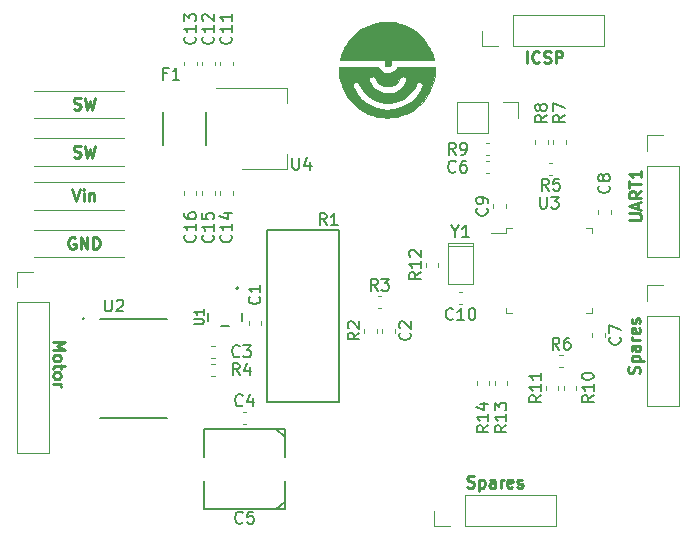
<source format=gbr>
G04 #@! TF.GenerationSoftware,KiCad,Pcbnew,8.0.1-rc1*
G04 #@! TF.CreationDate,2024-03-28T09:47:17-05:00*
G04 #@! TF.ProjectId,motor_control,6d6f746f-725f-4636-9f6e-74726f6c2e6b,1.0*
G04 #@! TF.SameCoordinates,Original*
G04 #@! TF.FileFunction,Legend,Top*
G04 #@! TF.FilePolarity,Positive*
%FSLAX46Y46*%
G04 Gerber Fmt 4.6, Leading zero omitted, Abs format (unit mm)*
G04 Created by KiCad (PCBNEW 8.0.1-rc1) date 2024-03-28 09:47:17*
%MOMM*%
%LPD*%
G01*
G04 APERTURE LIST*
%ADD10C,0.250000*%
%ADD11C,0.150000*%
%ADD12C,0.120000*%
%ADD13C,0.127000*%
%ADD14C,0.200000*%
%ADD15C,0.152400*%
%ADD16C,0.010000*%
%ADD17C,0.203200*%
G04 APERTURE END LIST*
D10*
X120300857Y-89429000D02*
X120443714Y-89476619D01*
X120443714Y-89476619D02*
X120681809Y-89476619D01*
X120681809Y-89476619D02*
X120777047Y-89429000D01*
X120777047Y-89429000D02*
X120824666Y-89381380D01*
X120824666Y-89381380D02*
X120872285Y-89286142D01*
X120872285Y-89286142D02*
X120872285Y-89190904D01*
X120872285Y-89190904D02*
X120824666Y-89095666D01*
X120824666Y-89095666D02*
X120777047Y-89048047D01*
X120777047Y-89048047D02*
X120681809Y-89000428D01*
X120681809Y-89000428D02*
X120491333Y-88952809D01*
X120491333Y-88952809D02*
X120396095Y-88905190D01*
X120396095Y-88905190D02*
X120348476Y-88857571D01*
X120348476Y-88857571D02*
X120300857Y-88762333D01*
X120300857Y-88762333D02*
X120300857Y-88667095D01*
X120300857Y-88667095D02*
X120348476Y-88571857D01*
X120348476Y-88571857D02*
X120396095Y-88524238D01*
X120396095Y-88524238D02*
X120491333Y-88476619D01*
X120491333Y-88476619D02*
X120729428Y-88476619D01*
X120729428Y-88476619D02*
X120872285Y-88524238D01*
X121205619Y-88476619D02*
X121443714Y-89476619D01*
X121443714Y-89476619D02*
X121634190Y-88762333D01*
X121634190Y-88762333D02*
X121824666Y-89476619D01*
X121824666Y-89476619D02*
X122062762Y-88476619D01*
X120396095Y-96271238D02*
X120300857Y-96223619D01*
X120300857Y-96223619D02*
X120158000Y-96223619D01*
X120158000Y-96223619D02*
X120015143Y-96271238D01*
X120015143Y-96271238D02*
X119919905Y-96366476D01*
X119919905Y-96366476D02*
X119872286Y-96461714D01*
X119872286Y-96461714D02*
X119824667Y-96652190D01*
X119824667Y-96652190D02*
X119824667Y-96795047D01*
X119824667Y-96795047D02*
X119872286Y-96985523D01*
X119872286Y-96985523D02*
X119919905Y-97080761D01*
X119919905Y-97080761D02*
X120015143Y-97176000D01*
X120015143Y-97176000D02*
X120158000Y-97223619D01*
X120158000Y-97223619D02*
X120253238Y-97223619D01*
X120253238Y-97223619D02*
X120396095Y-97176000D01*
X120396095Y-97176000D02*
X120443714Y-97128380D01*
X120443714Y-97128380D02*
X120443714Y-96795047D01*
X120443714Y-96795047D02*
X120253238Y-96795047D01*
X120872286Y-97223619D02*
X120872286Y-96223619D01*
X120872286Y-96223619D02*
X121443714Y-97223619D01*
X121443714Y-97223619D02*
X121443714Y-96223619D01*
X121919905Y-97223619D02*
X121919905Y-96223619D01*
X121919905Y-96223619D02*
X122158000Y-96223619D01*
X122158000Y-96223619D02*
X122300857Y-96271238D01*
X122300857Y-96271238D02*
X122396095Y-96366476D01*
X122396095Y-96366476D02*
X122443714Y-96461714D01*
X122443714Y-96461714D02*
X122491333Y-96652190D01*
X122491333Y-96652190D02*
X122491333Y-96795047D01*
X122491333Y-96795047D02*
X122443714Y-96985523D01*
X122443714Y-96985523D02*
X122396095Y-97080761D01*
X122396095Y-97080761D02*
X122300857Y-97176000D01*
X122300857Y-97176000D02*
X122158000Y-97223619D01*
X122158000Y-97223619D02*
X121919905Y-97223619D01*
X158670810Y-81475619D02*
X158670810Y-80475619D01*
X159718428Y-81380380D02*
X159670809Y-81428000D01*
X159670809Y-81428000D02*
X159527952Y-81475619D01*
X159527952Y-81475619D02*
X159432714Y-81475619D01*
X159432714Y-81475619D02*
X159289857Y-81428000D01*
X159289857Y-81428000D02*
X159194619Y-81332761D01*
X159194619Y-81332761D02*
X159147000Y-81237523D01*
X159147000Y-81237523D02*
X159099381Y-81047047D01*
X159099381Y-81047047D02*
X159099381Y-80904190D01*
X159099381Y-80904190D02*
X159147000Y-80713714D01*
X159147000Y-80713714D02*
X159194619Y-80618476D01*
X159194619Y-80618476D02*
X159289857Y-80523238D01*
X159289857Y-80523238D02*
X159432714Y-80475619D01*
X159432714Y-80475619D02*
X159527952Y-80475619D01*
X159527952Y-80475619D02*
X159670809Y-80523238D01*
X159670809Y-80523238D02*
X159718428Y-80570857D01*
X160099381Y-81428000D02*
X160242238Y-81475619D01*
X160242238Y-81475619D02*
X160480333Y-81475619D01*
X160480333Y-81475619D02*
X160575571Y-81428000D01*
X160575571Y-81428000D02*
X160623190Y-81380380D01*
X160623190Y-81380380D02*
X160670809Y-81285142D01*
X160670809Y-81285142D02*
X160670809Y-81189904D01*
X160670809Y-81189904D02*
X160623190Y-81094666D01*
X160623190Y-81094666D02*
X160575571Y-81047047D01*
X160575571Y-81047047D02*
X160480333Y-80999428D01*
X160480333Y-80999428D02*
X160289857Y-80951809D01*
X160289857Y-80951809D02*
X160194619Y-80904190D01*
X160194619Y-80904190D02*
X160147000Y-80856571D01*
X160147000Y-80856571D02*
X160099381Y-80761333D01*
X160099381Y-80761333D02*
X160099381Y-80666095D01*
X160099381Y-80666095D02*
X160147000Y-80570857D01*
X160147000Y-80570857D02*
X160194619Y-80523238D01*
X160194619Y-80523238D02*
X160289857Y-80475619D01*
X160289857Y-80475619D02*
X160527952Y-80475619D01*
X160527952Y-80475619D02*
X160670809Y-80523238D01*
X161099381Y-81475619D02*
X161099381Y-80475619D01*
X161099381Y-80475619D02*
X161480333Y-80475619D01*
X161480333Y-80475619D02*
X161575571Y-80523238D01*
X161575571Y-80523238D02*
X161623190Y-80570857D01*
X161623190Y-80570857D02*
X161670809Y-80666095D01*
X161670809Y-80666095D02*
X161670809Y-80808952D01*
X161670809Y-80808952D02*
X161623190Y-80904190D01*
X161623190Y-80904190D02*
X161575571Y-80951809D01*
X161575571Y-80951809D02*
X161480333Y-80999428D01*
X161480333Y-80999428D02*
X161099381Y-80999428D01*
X118549380Y-105100666D02*
X119549380Y-105100666D01*
X119549380Y-105100666D02*
X118835095Y-105433999D01*
X118835095Y-105433999D02*
X119549380Y-105767332D01*
X119549380Y-105767332D02*
X118549380Y-105767332D01*
X118549380Y-106386380D02*
X118597000Y-106291142D01*
X118597000Y-106291142D02*
X118644619Y-106243523D01*
X118644619Y-106243523D02*
X118739857Y-106195904D01*
X118739857Y-106195904D02*
X119025571Y-106195904D01*
X119025571Y-106195904D02*
X119120809Y-106243523D01*
X119120809Y-106243523D02*
X119168428Y-106291142D01*
X119168428Y-106291142D02*
X119216047Y-106386380D01*
X119216047Y-106386380D02*
X119216047Y-106529237D01*
X119216047Y-106529237D02*
X119168428Y-106624475D01*
X119168428Y-106624475D02*
X119120809Y-106672094D01*
X119120809Y-106672094D02*
X119025571Y-106719713D01*
X119025571Y-106719713D02*
X118739857Y-106719713D01*
X118739857Y-106719713D02*
X118644619Y-106672094D01*
X118644619Y-106672094D02*
X118597000Y-106624475D01*
X118597000Y-106624475D02*
X118549380Y-106529237D01*
X118549380Y-106529237D02*
X118549380Y-106386380D01*
X119216047Y-107005428D02*
X119216047Y-107386380D01*
X119549380Y-107148285D02*
X118692238Y-107148285D01*
X118692238Y-107148285D02*
X118597000Y-107195904D01*
X118597000Y-107195904D02*
X118549380Y-107291142D01*
X118549380Y-107291142D02*
X118549380Y-107386380D01*
X118549380Y-107862571D02*
X118597000Y-107767333D01*
X118597000Y-107767333D02*
X118644619Y-107719714D01*
X118644619Y-107719714D02*
X118739857Y-107672095D01*
X118739857Y-107672095D02*
X119025571Y-107672095D01*
X119025571Y-107672095D02*
X119120809Y-107719714D01*
X119120809Y-107719714D02*
X119168428Y-107767333D01*
X119168428Y-107767333D02*
X119216047Y-107862571D01*
X119216047Y-107862571D02*
X119216047Y-108005428D01*
X119216047Y-108005428D02*
X119168428Y-108100666D01*
X119168428Y-108100666D02*
X119120809Y-108148285D01*
X119120809Y-108148285D02*
X119025571Y-108195904D01*
X119025571Y-108195904D02*
X118739857Y-108195904D01*
X118739857Y-108195904D02*
X118644619Y-108148285D01*
X118644619Y-108148285D02*
X118597000Y-108100666D01*
X118597000Y-108100666D02*
X118549380Y-108005428D01*
X118549380Y-108005428D02*
X118549380Y-107862571D01*
X118549380Y-108624476D02*
X119216047Y-108624476D01*
X119025571Y-108624476D02*
X119120809Y-108672095D01*
X119120809Y-108672095D02*
X119168428Y-108719714D01*
X119168428Y-108719714D02*
X119216047Y-108814952D01*
X119216047Y-108814952D02*
X119216047Y-108910190D01*
X120134191Y-92159619D02*
X120467524Y-93159619D01*
X120467524Y-93159619D02*
X120800857Y-92159619D01*
X121134191Y-93159619D02*
X121134191Y-92492952D01*
X121134191Y-92159619D02*
X121086572Y-92207238D01*
X121086572Y-92207238D02*
X121134191Y-92254857D01*
X121134191Y-92254857D02*
X121181810Y-92207238D01*
X121181810Y-92207238D02*
X121134191Y-92159619D01*
X121134191Y-92159619D02*
X121134191Y-92254857D01*
X121610381Y-92492952D02*
X121610381Y-93159619D01*
X121610381Y-92588190D02*
X121658000Y-92540571D01*
X121658000Y-92540571D02*
X121753238Y-92492952D01*
X121753238Y-92492952D02*
X121896095Y-92492952D01*
X121896095Y-92492952D02*
X121991333Y-92540571D01*
X121991333Y-92540571D02*
X122038952Y-92635809D01*
X122038952Y-92635809D02*
X122038952Y-93159619D01*
X168169000Y-107743333D02*
X168216619Y-107600476D01*
X168216619Y-107600476D02*
X168216619Y-107362381D01*
X168216619Y-107362381D02*
X168169000Y-107267143D01*
X168169000Y-107267143D02*
X168121380Y-107219524D01*
X168121380Y-107219524D02*
X168026142Y-107171905D01*
X168026142Y-107171905D02*
X167930904Y-107171905D01*
X167930904Y-107171905D02*
X167835666Y-107219524D01*
X167835666Y-107219524D02*
X167788047Y-107267143D01*
X167788047Y-107267143D02*
X167740428Y-107362381D01*
X167740428Y-107362381D02*
X167692809Y-107552857D01*
X167692809Y-107552857D02*
X167645190Y-107648095D01*
X167645190Y-107648095D02*
X167597571Y-107695714D01*
X167597571Y-107695714D02*
X167502333Y-107743333D01*
X167502333Y-107743333D02*
X167407095Y-107743333D01*
X167407095Y-107743333D02*
X167311857Y-107695714D01*
X167311857Y-107695714D02*
X167264238Y-107648095D01*
X167264238Y-107648095D02*
X167216619Y-107552857D01*
X167216619Y-107552857D02*
X167216619Y-107314762D01*
X167216619Y-107314762D02*
X167264238Y-107171905D01*
X167549952Y-106743333D02*
X168549952Y-106743333D01*
X167597571Y-106743333D02*
X167549952Y-106648095D01*
X167549952Y-106648095D02*
X167549952Y-106457619D01*
X167549952Y-106457619D02*
X167597571Y-106362381D01*
X167597571Y-106362381D02*
X167645190Y-106314762D01*
X167645190Y-106314762D02*
X167740428Y-106267143D01*
X167740428Y-106267143D02*
X168026142Y-106267143D01*
X168026142Y-106267143D02*
X168121380Y-106314762D01*
X168121380Y-106314762D02*
X168169000Y-106362381D01*
X168169000Y-106362381D02*
X168216619Y-106457619D01*
X168216619Y-106457619D02*
X168216619Y-106648095D01*
X168216619Y-106648095D02*
X168169000Y-106743333D01*
X168216619Y-105410000D02*
X167692809Y-105410000D01*
X167692809Y-105410000D02*
X167597571Y-105457619D01*
X167597571Y-105457619D02*
X167549952Y-105552857D01*
X167549952Y-105552857D02*
X167549952Y-105743333D01*
X167549952Y-105743333D02*
X167597571Y-105838571D01*
X168169000Y-105410000D02*
X168216619Y-105505238D01*
X168216619Y-105505238D02*
X168216619Y-105743333D01*
X168216619Y-105743333D02*
X168169000Y-105838571D01*
X168169000Y-105838571D02*
X168073761Y-105886190D01*
X168073761Y-105886190D02*
X167978523Y-105886190D01*
X167978523Y-105886190D02*
X167883285Y-105838571D01*
X167883285Y-105838571D02*
X167835666Y-105743333D01*
X167835666Y-105743333D02*
X167835666Y-105505238D01*
X167835666Y-105505238D02*
X167788047Y-105410000D01*
X168216619Y-104933809D02*
X167549952Y-104933809D01*
X167740428Y-104933809D02*
X167645190Y-104886190D01*
X167645190Y-104886190D02*
X167597571Y-104838571D01*
X167597571Y-104838571D02*
X167549952Y-104743333D01*
X167549952Y-104743333D02*
X167549952Y-104648095D01*
X168169000Y-103933809D02*
X168216619Y-104029047D01*
X168216619Y-104029047D02*
X168216619Y-104219523D01*
X168216619Y-104219523D02*
X168169000Y-104314761D01*
X168169000Y-104314761D02*
X168073761Y-104362380D01*
X168073761Y-104362380D02*
X167692809Y-104362380D01*
X167692809Y-104362380D02*
X167597571Y-104314761D01*
X167597571Y-104314761D02*
X167549952Y-104219523D01*
X167549952Y-104219523D02*
X167549952Y-104029047D01*
X167549952Y-104029047D02*
X167597571Y-103933809D01*
X167597571Y-103933809D02*
X167692809Y-103886190D01*
X167692809Y-103886190D02*
X167788047Y-103886190D01*
X167788047Y-103886190D02*
X167883285Y-104362380D01*
X168169000Y-103505237D02*
X168216619Y-103409999D01*
X168216619Y-103409999D02*
X168216619Y-103219523D01*
X168216619Y-103219523D02*
X168169000Y-103124285D01*
X168169000Y-103124285D02*
X168073761Y-103076666D01*
X168073761Y-103076666D02*
X168026142Y-103076666D01*
X168026142Y-103076666D02*
X167930904Y-103124285D01*
X167930904Y-103124285D02*
X167883285Y-103219523D01*
X167883285Y-103219523D02*
X167883285Y-103362380D01*
X167883285Y-103362380D02*
X167835666Y-103457618D01*
X167835666Y-103457618D02*
X167740428Y-103505237D01*
X167740428Y-103505237D02*
X167692809Y-103505237D01*
X167692809Y-103505237D02*
X167597571Y-103457618D01*
X167597571Y-103457618D02*
X167549952Y-103362380D01*
X167549952Y-103362380D02*
X167549952Y-103219523D01*
X167549952Y-103219523D02*
X167597571Y-103124285D01*
X153622666Y-117369000D02*
X153765523Y-117416619D01*
X153765523Y-117416619D02*
X154003618Y-117416619D01*
X154003618Y-117416619D02*
X154098856Y-117369000D01*
X154098856Y-117369000D02*
X154146475Y-117321380D01*
X154146475Y-117321380D02*
X154194094Y-117226142D01*
X154194094Y-117226142D02*
X154194094Y-117130904D01*
X154194094Y-117130904D02*
X154146475Y-117035666D01*
X154146475Y-117035666D02*
X154098856Y-116988047D01*
X154098856Y-116988047D02*
X154003618Y-116940428D01*
X154003618Y-116940428D02*
X153813142Y-116892809D01*
X153813142Y-116892809D02*
X153717904Y-116845190D01*
X153717904Y-116845190D02*
X153670285Y-116797571D01*
X153670285Y-116797571D02*
X153622666Y-116702333D01*
X153622666Y-116702333D02*
X153622666Y-116607095D01*
X153622666Y-116607095D02*
X153670285Y-116511857D01*
X153670285Y-116511857D02*
X153717904Y-116464238D01*
X153717904Y-116464238D02*
X153813142Y-116416619D01*
X153813142Y-116416619D02*
X154051237Y-116416619D01*
X154051237Y-116416619D02*
X154194094Y-116464238D01*
X154622666Y-116749952D02*
X154622666Y-117749952D01*
X154622666Y-116797571D02*
X154717904Y-116749952D01*
X154717904Y-116749952D02*
X154908380Y-116749952D01*
X154908380Y-116749952D02*
X155003618Y-116797571D01*
X155003618Y-116797571D02*
X155051237Y-116845190D01*
X155051237Y-116845190D02*
X155098856Y-116940428D01*
X155098856Y-116940428D02*
X155098856Y-117226142D01*
X155098856Y-117226142D02*
X155051237Y-117321380D01*
X155051237Y-117321380D02*
X155003618Y-117369000D01*
X155003618Y-117369000D02*
X154908380Y-117416619D01*
X154908380Y-117416619D02*
X154717904Y-117416619D01*
X154717904Y-117416619D02*
X154622666Y-117369000D01*
X155955999Y-117416619D02*
X155955999Y-116892809D01*
X155955999Y-116892809D02*
X155908380Y-116797571D01*
X155908380Y-116797571D02*
X155813142Y-116749952D01*
X155813142Y-116749952D02*
X155622666Y-116749952D01*
X155622666Y-116749952D02*
X155527428Y-116797571D01*
X155955999Y-117369000D02*
X155860761Y-117416619D01*
X155860761Y-117416619D02*
X155622666Y-117416619D01*
X155622666Y-117416619D02*
X155527428Y-117369000D01*
X155527428Y-117369000D02*
X155479809Y-117273761D01*
X155479809Y-117273761D02*
X155479809Y-117178523D01*
X155479809Y-117178523D02*
X155527428Y-117083285D01*
X155527428Y-117083285D02*
X155622666Y-117035666D01*
X155622666Y-117035666D02*
X155860761Y-117035666D01*
X155860761Y-117035666D02*
X155955999Y-116988047D01*
X156432190Y-117416619D02*
X156432190Y-116749952D01*
X156432190Y-116940428D02*
X156479809Y-116845190D01*
X156479809Y-116845190D02*
X156527428Y-116797571D01*
X156527428Y-116797571D02*
X156622666Y-116749952D01*
X156622666Y-116749952D02*
X156717904Y-116749952D01*
X157432190Y-117369000D02*
X157336952Y-117416619D01*
X157336952Y-117416619D02*
X157146476Y-117416619D01*
X157146476Y-117416619D02*
X157051238Y-117369000D01*
X157051238Y-117369000D02*
X157003619Y-117273761D01*
X157003619Y-117273761D02*
X157003619Y-116892809D01*
X157003619Y-116892809D02*
X157051238Y-116797571D01*
X157051238Y-116797571D02*
X157146476Y-116749952D01*
X157146476Y-116749952D02*
X157336952Y-116749952D01*
X157336952Y-116749952D02*
X157432190Y-116797571D01*
X157432190Y-116797571D02*
X157479809Y-116892809D01*
X157479809Y-116892809D02*
X157479809Y-116988047D01*
X157479809Y-116988047D02*
X157003619Y-117083285D01*
X157860762Y-117369000D02*
X157956000Y-117416619D01*
X157956000Y-117416619D02*
X158146476Y-117416619D01*
X158146476Y-117416619D02*
X158241714Y-117369000D01*
X158241714Y-117369000D02*
X158289333Y-117273761D01*
X158289333Y-117273761D02*
X158289333Y-117226142D01*
X158289333Y-117226142D02*
X158241714Y-117130904D01*
X158241714Y-117130904D02*
X158146476Y-117083285D01*
X158146476Y-117083285D02*
X158003619Y-117083285D01*
X158003619Y-117083285D02*
X157908381Y-117035666D01*
X157908381Y-117035666D02*
X157860762Y-116940428D01*
X157860762Y-116940428D02*
X157860762Y-116892809D01*
X157860762Y-116892809D02*
X157908381Y-116797571D01*
X157908381Y-116797571D02*
X158003619Y-116749952D01*
X158003619Y-116749952D02*
X158146476Y-116749952D01*
X158146476Y-116749952D02*
X158241714Y-116797571D01*
X167343619Y-94781428D02*
X168153142Y-94781428D01*
X168153142Y-94781428D02*
X168248380Y-94733809D01*
X168248380Y-94733809D02*
X168296000Y-94686190D01*
X168296000Y-94686190D02*
X168343619Y-94590952D01*
X168343619Y-94590952D02*
X168343619Y-94400476D01*
X168343619Y-94400476D02*
X168296000Y-94305238D01*
X168296000Y-94305238D02*
X168248380Y-94257619D01*
X168248380Y-94257619D02*
X168153142Y-94210000D01*
X168153142Y-94210000D02*
X167343619Y-94210000D01*
X168057904Y-93781428D02*
X168057904Y-93305238D01*
X168343619Y-93876666D02*
X167343619Y-93543333D01*
X167343619Y-93543333D02*
X168343619Y-93210000D01*
X168343619Y-92305238D02*
X167867428Y-92638571D01*
X168343619Y-92876666D02*
X167343619Y-92876666D01*
X167343619Y-92876666D02*
X167343619Y-92495714D01*
X167343619Y-92495714D02*
X167391238Y-92400476D01*
X167391238Y-92400476D02*
X167438857Y-92352857D01*
X167438857Y-92352857D02*
X167534095Y-92305238D01*
X167534095Y-92305238D02*
X167676952Y-92305238D01*
X167676952Y-92305238D02*
X167772190Y-92352857D01*
X167772190Y-92352857D02*
X167819809Y-92400476D01*
X167819809Y-92400476D02*
X167867428Y-92495714D01*
X167867428Y-92495714D02*
X167867428Y-92876666D01*
X167343619Y-92019523D02*
X167343619Y-91448095D01*
X168343619Y-91733809D02*
X167343619Y-91733809D01*
X168343619Y-90590952D02*
X168343619Y-91162380D01*
X168343619Y-90876666D02*
X167343619Y-90876666D01*
X167343619Y-90876666D02*
X167486476Y-90971904D01*
X167486476Y-90971904D02*
X167581714Y-91067142D01*
X167581714Y-91067142D02*
X167629333Y-91162380D01*
X120300857Y-85365000D02*
X120443714Y-85412619D01*
X120443714Y-85412619D02*
X120681809Y-85412619D01*
X120681809Y-85412619D02*
X120777047Y-85365000D01*
X120777047Y-85365000D02*
X120824666Y-85317380D01*
X120824666Y-85317380D02*
X120872285Y-85222142D01*
X120872285Y-85222142D02*
X120872285Y-85126904D01*
X120872285Y-85126904D02*
X120824666Y-85031666D01*
X120824666Y-85031666D02*
X120777047Y-84984047D01*
X120777047Y-84984047D02*
X120681809Y-84936428D01*
X120681809Y-84936428D02*
X120491333Y-84888809D01*
X120491333Y-84888809D02*
X120396095Y-84841190D01*
X120396095Y-84841190D02*
X120348476Y-84793571D01*
X120348476Y-84793571D02*
X120300857Y-84698333D01*
X120300857Y-84698333D02*
X120300857Y-84603095D01*
X120300857Y-84603095D02*
X120348476Y-84507857D01*
X120348476Y-84507857D02*
X120396095Y-84460238D01*
X120396095Y-84460238D02*
X120491333Y-84412619D01*
X120491333Y-84412619D02*
X120729428Y-84412619D01*
X120729428Y-84412619D02*
X120872285Y-84460238D01*
X121205619Y-84412619D02*
X121443714Y-85412619D01*
X121443714Y-85412619D02*
X121634190Y-84698333D01*
X121634190Y-84698333D02*
X121824666Y-85412619D01*
X121824666Y-85412619D02*
X122062762Y-84412619D01*
D11*
X166508580Y-104687666D02*
X166556200Y-104735285D01*
X166556200Y-104735285D02*
X166603819Y-104878142D01*
X166603819Y-104878142D02*
X166603819Y-104973380D01*
X166603819Y-104973380D02*
X166556200Y-105116237D01*
X166556200Y-105116237D02*
X166460961Y-105211475D01*
X166460961Y-105211475D02*
X166365723Y-105259094D01*
X166365723Y-105259094D02*
X166175247Y-105306713D01*
X166175247Y-105306713D02*
X166032390Y-105306713D01*
X166032390Y-105306713D02*
X165841914Y-105259094D01*
X165841914Y-105259094D02*
X165746676Y-105211475D01*
X165746676Y-105211475D02*
X165651438Y-105116237D01*
X165651438Y-105116237D02*
X165603819Y-104973380D01*
X165603819Y-104973380D02*
X165603819Y-104878142D01*
X165603819Y-104878142D02*
X165651438Y-104735285D01*
X165651438Y-104735285D02*
X165699057Y-104687666D01*
X165603819Y-104354332D02*
X165603819Y-103687666D01*
X165603819Y-103687666D02*
X166603819Y-104116237D01*
X134580333Y-110435580D02*
X134532714Y-110483200D01*
X134532714Y-110483200D02*
X134389857Y-110530819D01*
X134389857Y-110530819D02*
X134294619Y-110530819D01*
X134294619Y-110530819D02*
X134151762Y-110483200D01*
X134151762Y-110483200D02*
X134056524Y-110387961D01*
X134056524Y-110387961D02*
X134008905Y-110292723D01*
X134008905Y-110292723D02*
X133961286Y-110102247D01*
X133961286Y-110102247D02*
X133961286Y-109959390D01*
X133961286Y-109959390D02*
X134008905Y-109768914D01*
X134008905Y-109768914D02*
X134056524Y-109673676D01*
X134056524Y-109673676D02*
X134151762Y-109578438D01*
X134151762Y-109578438D02*
X134294619Y-109530819D01*
X134294619Y-109530819D02*
X134389857Y-109530819D01*
X134389857Y-109530819D02*
X134532714Y-109578438D01*
X134532714Y-109578438D02*
X134580333Y-109626057D01*
X135437476Y-109864152D02*
X135437476Y-110530819D01*
X135199381Y-109483200D02*
X134961286Y-110197485D01*
X134961286Y-110197485D02*
X135580333Y-110197485D01*
X132058580Y-79230357D02*
X132106200Y-79277976D01*
X132106200Y-79277976D02*
X132153819Y-79420833D01*
X132153819Y-79420833D02*
X132153819Y-79516071D01*
X132153819Y-79516071D02*
X132106200Y-79658928D01*
X132106200Y-79658928D02*
X132010961Y-79754166D01*
X132010961Y-79754166D02*
X131915723Y-79801785D01*
X131915723Y-79801785D02*
X131725247Y-79849404D01*
X131725247Y-79849404D02*
X131582390Y-79849404D01*
X131582390Y-79849404D02*
X131391914Y-79801785D01*
X131391914Y-79801785D02*
X131296676Y-79754166D01*
X131296676Y-79754166D02*
X131201438Y-79658928D01*
X131201438Y-79658928D02*
X131153819Y-79516071D01*
X131153819Y-79516071D02*
X131153819Y-79420833D01*
X131153819Y-79420833D02*
X131201438Y-79277976D01*
X131201438Y-79277976D02*
X131249057Y-79230357D01*
X132153819Y-78277976D02*
X132153819Y-78849404D01*
X132153819Y-78563690D02*
X131153819Y-78563690D01*
X131153819Y-78563690D02*
X131296676Y-78658928D01*
X131296676Y-78658928D02*
X131391914Y-78754166D01*
X131391914Y-78754166D02*
X131439533Y-78849404D01*
X131249057Y-77897023D02*
X131201438Y-77849404D01*
X131201438Y-77849404D02*
X131153819Y-77754166D01*
X131153819Y-77754166D02*
X131153819Y-77516071D01*
X131153819Y-77516071D02*
X131201438Y-77420833D01*
X131201438Y-77420833D02*
X131249057Y-77373214D01*
X131249057Y-77373214D02*
X131344295Y-77325595D01*
X131344295Y-77325595D02*
X131439533Y-77325595D01*
X131439533Y-77325595D02*
X131582390Y-77373214D01*
X131582390Y-77373214D02*
X132153819Y-77944642D01*
X132153819Y-77944642D02*
X132153819Y-77325595D01*
X152614333Y-90656580D02*
X152566714Y-90704200D01*
X152566714Y-90704200D02*
X152423857Y-90751819D01*
X152423857Y-90751819D02*
X152328619Y-90751819D01*
X152328619Y-90751819D02*
X152185762Y-90704200D01*
X152185762Y-90704200D02*
X152090524Y-90608961D01*
X152090524Y-90608961D02*
X152042905Y-90513723D01*
X152042905Y-90513723D02*
X151995286Y-90323247D01*
X151995286Y-90323247D02*
X151995286Y-90180390D01*
X151995286Y-90180390D02*
X152042905Y-89989914D01*
X152042905Y-89989914D02*
X152090524Y-89894676D01*
X152090524Y-89894676D02*
X152185762Y-89799438D01*
X152185762Y-89799438D02*
X152328619Y-89751819D01*
X152328619Y-89751819D02*
X152423857Y-89751819D01*
X152423857Y-89751819D02*
X152566714Y-89799438D01*
X152566714Y-89799438D02*
X152614333Y-89847057D01*
X153471476Y-89751819D02*
X153281000Y-89751819D01*
X153281000Y-89751819D02*
X153185762Y-89799438D01*
X153185762Y-89799438D02*
X153138143Y-89847057D01*
X153138143Y-89847057D02*
X153042905Y-89989914D01*
X153042905Y-89989914D02*
X152995286Y-90180390D01*
X152995286Y-90180390D02*
X152995286Y-90561342D01*
X152995286Y-90561342D02*
X153042905Y-90656580D01*
X153042905Y-90656580D02*
X153090524Y-90704200D01*
X153090524Y-90704200D02*
X153185762Y-90751819D01*
X153185762Y-90751819D02*
X153376238Y-90751819D01*
X153376238Y-90751819D02*
X153471476Y-90704200D01*
X153471476Y-90704200D02*
X153519095Y-90656580D01*
X153519095Y-90656580D02*
X153566714Y-90561342D01*
X153566714Y-90561342D02*
X153566714Y-90323247D01*
X153566714Y-90323247D02*
X153519095Y-90228009D01*
X153519095Y-90228009D02*
X153471476Y-90180390D01*
X153471476Y-90180390D02*
X153376238Y-90132771D01*
X153376238Y-90132771D02*
X153185762Y-90132771D01*
X153185762Y-90132771D02*
X153090524Y-90180390D01*
X153090524Y-90180390D02*
X153042905Y-90228009D01*
X153042905Y-90228009D02*
X152995286Y-90323247D01*
X133582580Y-96019857D02*
X133630200Y-96067476D01*
X133630200Y-96067476D02*
X133677819Y-96210333D01*
X133677819Y-96210333D02*
X133677819Y-96305571D01*
X133677819Y-96305571D02*
X133630200Y-96448428D01*
X133630200Y-96448428D02*
X133534961Y-96543666D01*
X133534961Y-96543666D02*
X133439723Y-96591285D01*
X133439723Y-96591285D02*
X133249247Y-96638904D01*
X133249247Y-96638904D02*
X133106390Y-96638904D01*
X133106390Y-96638904D02*
X132915914Y-96591285D01*
X132915914Y-96591285D02*
X132820676Y-96543666D01*
X132820676Y-96543666D02*
X132725438Y-96448428D01*
X132725438Y-96448428D02*
X132677819Y-96305571D01*
X132677819Y-96305571D02*
X132677819Y-96210333D01*
X132677819Y-96210333D02*
X132725438Y-96067476D01*
X132725438Y-96067476D02*
X132773057Y-96019857D01*
X133677819Y-95067476D02*
X133677819Y-95638904D01*
X133677819Y-95353190D02*
X132677819Y-95353190D01*
X132677819Y-95353190D02*
X132820676Y-95448428D01*
X132820676Y-95448428D02*
X132915914Y-95543666D01*
X132915914Y-95543666D02*
X132963533Y-95638904D01*
X133011152Y-94210333D02*
X133677819Y-94210333D01*
X132630200Y-94448428D02*
X133344485Y-94686523D01*
X133344485Y-94686523D02*
X133344485Y-94067476D01*
X144472819Y-104306666D02*
X143996628Y-104639999D01*
X144472819Y-104878094D02*
X143472819Y-104878094D01*
X143472819Y-104878094D02*
X143472819Y-104497142D01*
X143472819Y-104497142D02*
X143520438Y-104401904D01*
X143520438Y-104401904D02*
X143568057Y-104354285D01*
X143568057Y-104354285D02*
X143663295Y-104306666D01*
X143663295Y-104306666D02*
X143806152Y-104306666D01*
X143806152Y-104306666D02*
X143901390Y-104354285D01*
X143901390Y-104354285D02*
X143949009Y-104401904D01*
X143949009Y-104401904D02*
X143996628Y-104497142D01*
X143996628Y-104497142D02*
X143996628Y-104878094D01*
X143568057Y-103925713D02*
X143520438Y-103878094D01*
X143520438Y-103878094D02*
X143472819Y-103782856D01*
X143472819Y-103782856D02*
X143472819Y-103544761D01*
X143472819Y-103544761D02*
X143520438Y-103449523D01*
X143520438Y-103449523D02*
X143568057Y-103401904D01*
X143568057Y-103401904D02*
X143663295Y-103354285D01*
X143663295Y-103354285D02*
X143758533Y-103354285D01*
X143758533Y-103354285D02*
X143901390Y-103401904D01*
X143901390Y-103401904D02*
X144472819Y-103973332D01*
X144472819Y-103973332D02*
X144472819Y-103354285D01*
X130534580Y-79230357D02*
X130582200Y-79277976D01*
X130582200Y-79277976D02*
X130629819Y-79420833D01*
X130629819Y-79420833D02*
X130629819Y-79516071D01*
X130629819Y-79516071D02*
X130582200Y-79658928D01*
X130582200Y-79658928D02*
X130486961Y-79754166D01*
X130486961Y-79754166D02*
X130391723Y-79801785D01*
X130391723Y-79801785D02*
X130201247Y-79849404D01*
X130201247Y-79849404D02*
X130058390Y-79849404D01*
X130058390Y-79849404D02*
X129867914Y-79801785D01*
X129867914Y-79801785D02*
X129772676Y-79754166D01*
X129772676Y-79754166D02*
X129677438Y-79658928D01*
X129677438Y-79658928D02*
X129629819Y-79516071D01*
X129629819Y-79516071D02*
X129629819Y-79420833D01*
X129629819Y-79420833D02*
X129677438Y-79277976D01*
X129677438Y-79277976D02*
X129725057Y-79230357D01*
X130629819Y-78277976D02*
X130629819Y-78849404D01*
X130629819Y-78563690D02*
X129629819Y-78563690D01*
X129629819Y-78563690D02*
X129772676Y-78658928D01*
X129772676Y-78658928D02*
X129867914Y-78754166D01*
X129867914Y-78754166D02*
X129915533Y-78849404D01*
X129629819Y-77944642D02*
X129629819Y-77325595D01*
X129629819Y-77325595D02*
X130010771Y-77658928D01*
X130010771Y-77658928D02*
X130010771Y-77516071D01*
X130010771Y-77516071D02*
X130058390Y-77420833D01*
X130058390Y-77420833D02*
X130106009Y-77373214D01*
X130106009Y-77373214D02*
X130201247Y-77325595D01*
X130201247Y-77325595D02*
X130439342Y-77325595D01*
X130439342Y-77325595D02*
X130534580Y-77373214D01*
X130534580Y-77373214D02*
X130582200Y-77420833D01*
X130582200Y-77420833D02*
X130629819Y-77516071D01*
X130629819Y-77516071D02*
X130629819Y-77801785D01*
X130629819Y-77801785D02*
X130582200Y-77897023D01*
X130582200Y-77897023D02*
X130534580Y-77944642D01*
X152558809Y-95736628D02*
X152558809Y-96212819D01*
X152225476Y-95212819D02*
X152558809Y-95736628D01*
X152558809Y-95736628D02*
X152892142Y-95212819D01*
X153749285Y-96212819D02*
X153177857Y-96212819D01*
X153463571Y-96212819D02*
X153463571Y-95212819D01*
X153463571Y-95212819D02*
X153368333Y-95355676D01*
X153368333Y-95355676D02*
X153273095Y-95450914D01*
X153273095Y-95450914D02*
X153177857Y-95498533D01*
X149679819Y-99194857D02*
X149203628Y-99528190D01*
X149679819Y-99766285D02*
X148679819Y-99766285D01*
X148679819Y-99766285D02*
X148679819Y-99385333D01*
X148679819Y-99385333D02*
X148727438Y-99290095D01*
X148727438Y-99290095D02*
X148775057Y-99242476D01*
X148775057Y-99242476D02*
X148870295Y-99194857D01*
X148870295Y-99194857D02*
X149013152Y-99194857D01*
X149013152Y-99194857D02*
X149108390Y-99242476D01*
X149108390Y-99242476D02*
X149156009Y-99290095D01*
X149156009Y-99290095D02*
X149203628Y-99385333D01*
X149203628Y-99385333D02*
X149203628Y-99766285D01*
X149679819Y-98242476D02*
X149679819Y-98813904D01*
X149679819Y-98528190D02*
X148679819Y-98528190D01*
X148679819Y-98528190D02*
X148822676Y-98623428D01*
X148822676Y-98623428D02*
X148917914Y-98718666D01*
X148917914Y-98718666D02*
X148965533Y-98813904D01*
X148775057Y-97861523D02*
X148727438Y-97813904D01*
X148727438Y-97813904D02*
X148679819Y-97718666D01*
X148679819Y-97718666D02*
X148679819Y-97480571D01*
X148679819Y-97480571D02*
X148727438Y-97385333D01*
X148727438Y-97385333D02*
X148775057Y-97337714D01*
X148775057Y-97337714D02*
X148870295Y-97290095D01*
X148870295Y-97290095D02*
X148965533Y-97290095D01*
X148965533Y-97290095D02*
X149108390Y-97337714D01*
X149108390Y-97337714D02*
X149679819Y-97909142D01*
X149679819Y-97909142D02*
X149679819Y-97290095D01*
X133582580Y-79230357D02*
X133630200Y-79277976D01*
X133630200Y-79277976D02*
X133677819Y-79420833D01*
X133677819Y-79420833D02*
X133677819Y-79516071D01*
X133677819Y-79516071D02*
X133630200Y-79658928D01*
X133630200Y-79658928D02*
X133534961Y-79754166D01*
X133534961Y-79754166D02*
X133439723Y-79801785D01*
X133439723Y-79801785D02*
X133249247Y-79849404D01*
X133249247Y-79849404D02*
X133106390Y-79849404D01*
X133106390Y-79849404D02*
X132915914Y-79801785D01*
X132915914Y-79801785D02*
X132820676Y-79754166D01*
X132820676Y-79754166D02*
X132725438Y-79658928D01*
X132725438Y-79658928D02*
X132677819Y-79516071D01*
X132677819Y-79516071D02*
X132677819Y-79420833D01*
X132677819Y-79420833D02*
X132725438Y-79277976D01*
X132725438Y-79277976D02*
X132773057Y-79230357D01*
X133677819Y-78277976D02*
X133677819Y-78849404D01*
X133677819Y-78563690D02*
X132677819Y-78563690D01*
X132677819Y-78563690D02*
X132820676Y-78658928D01*
X132820676Y-78658928D02*
X132915914Y-78754166D01*
X132915914Y-78754166D02*
X132963533Y-78849404D01*
X133677819Y-77325595D02*
X133677819Y-77897023D01*
X133677819Y-77611309D02*
X132677819Y-77611309D01*
X132677819Y-77611309D02*
X132820676Y-77706547D01*
X132820676Y-77706547D02*
X132915914Y-77801785D01*
X132915914Y-77801785D02*
X132963533Y-77897023D01*
X146010333Y-100751819D02*
X145677000Y-100275628D01*
X145438905Y-100751819D02*
X145438905Y-99751819D01*
X145438905Y-99751819D02*
X145819857Y-99751819D01*
X145819857Y-99751819D02*
X145915095Y-99799438D01*
X145915095Y-99799438D02*
X145962714Y-99847057D01*
X145962714Y-99847057D02*
X146010333Y-99942295D01*
X146010333Y-99942295D02*
X146010333Y-100085152D01*
X146010333Y-100085152D02*
X145962714Y-100180390D01*
X145962714Y-100180390D02*
X145915095Y-100228009D01*
X145915095Y-100228009D02*
X145819857Y-100275628D01*
X145819857Y-100275628D02*
X145438905Y-100275628D01*
X146343667Y-99751819D02*
X146962714Y-99751819D01*
X146962714Y-99751819D02*
X146629381Y-100132771D01*
X146629381Y-100132771D02*
X146772238Y-100132771D01*
X146772238Y-100132771D02*
X146867476Y-100180390D01*
X146867476Y-100180390D02*
X146915095Y-100228009D01*
X146915095Y-100228009D02*
X146962714Y-100323247D01*
X146962714Y-100323247D02*
X146962714Y-100561342D01*
X146962714Y-100561342D02*
X146915095Y-100656580D01*
X146915095Y-100656580D02*
X146867476Y-100704200D01*
X146867476Y-100704200D02*
X146772238Y-100751819D01*
X146772238Y-100751819D02*
X146486524Y-100751819D01*
X146486524Y-100751819D02*
X146391286Y-100704200D01*
X146391286Y-100704200D02*
X146343667Y-100656580D01*
X156918819Y-112148857D02*
X156442628Y-112482190D01*
X156918819Y-112720285D02*
X155918819Y-112720285D01*
X155918819Y-112720285D02*
X155918819Y-112339333D01*
X155918819Y-112339333D02*
X155966438Y-112244095D01*
X155966438Y-112244095D02*
X156014057Y-112196476D01*
X156014057Y-112196476D02*
X156109295Y-112148857D01*
X156109295Y-112148857D02*
X156252152Y-112148857D01*
X156252152Y-112148857D02*
X156347390Y-112196476D01*
X156347390Y-112196476D02*
X156395009Y-112244095D01*
X156395009Y-112244095D02*
X156442628Y-112339333D01*
X156442628Y-112339333D02*
X156442628Y-112720285D01*
X156918819Y-111196476D02*
X156918819Y-111767904D01*
X156918819Y-111482190D02*
X155918819Y-111482190D01*
X155918819Y-111482190D02*
X156061676Y-111577428D01*
X156061676Y-111577428D02*
X156156914Y-111672666D01*
X156156914Y-111672666D02*
X156204533Y-111767904D01*
X155918819Y-110863142D02*
X155918819Y-110244095D01*
X155918819Y-110244095D02*
X156299771Y-110577428D01*
X156299771Y-110577428D02*
X156299771Y-110434571D01*
X156299771Y-110434571D02*
X156347390Y-110339333D01*
X156347390Y-110339333D02*
X156395009Y-110291714D01*
X156395009Y-110291714D02*
X156490247Y-110244095D01*
X156490247Y-110244095D02*
X156728342Y-110244095D01*
X156728342Y-110244095D02*
X156823580Y-110291714D01*
X156823580Y-110291714D02*
X156871200Y-110339333D01*
X156871200Y-110339333D02*
X156918819Y-110434571D01*
X156918819Y-110434571D02*
X156918819Y-110720285D01*
X156918819Y-110720285D02*
X156871200Y-110815523D01*
X156871200Y-110815523D02*
X156823580Y-110863142D01*
X161871819Y-85891666D02*
X161395628Y-86224999D01*
X161871819Y-86463094D02*
X160871819Y-86463094D01*
X160871819Y-86463094D02*
X160871819Y-86082142D01*
X160871819Y-86082142D02*
X160919438Y-85986904D01*
X160919438Y-85986904D02*
X160967057Y-85939285D01*
X160967057Y-85939285D02*
X161062295Y-85891666D01*
X161062295Y-85891666D02*
X161205152Y-85891666D01*
X161205152Y-85891666D02*
X161300390Y-85939285D01*
X161300390Y-85939285D02*
X161348009Y-85986904D01*
X161348009Y-85986904D02*
X161395628Y-86082142D01*
X161395628Y-86082142D02*
X161395628Y-86463094D01*
X160871819Y-85558332D02*
X160871819Y-84891666D01*
X160871819Y-84891666D02*
X161871819Y-85320237D01*
X134326333Y-107896819D02*
X133993000Y-107420628D01*
X133754905Y-107896819D02*
X133754905Y-106896819D01*
X133754905Y-106896819D02*
X134135857Y-106896819D01*
X134135857Y-106896819D02*
X134231095Y-106944438D01*
X134231095Y-106944438D02*
X134278714Y-106992057D01*
X134278714Y-106992057D02*
X134326333Y-107087295D01*
X134326333Y-107087295D02*
X134326333Y-107230152D01*
X134326333Y-107230152D02*
X134278714Y-107325390D01*
X134278714Y-107325390D02*
X134231095Y-107373009D01*
X134231095Y-107373009D02*
X134135857Y-107420628D01*
X134135857Y-107420628D02*
X133754905Y-107420628D01*
X135183476Y-107230152D02*
X135183476Y-107896819D01*
X134945381Y-106849200D02*
X134707286Y-107563485D01*
X134707286Y-107563485D02*
X135326333Y-107563485D01*
X134580333Y-120374580D02*
X134532714Y-120422200D01*
X134532714Y-120422200D02*
X134389857Y-120469819D01*
X134389857Y-120469819D02*
X134294619Y-120469819D01*
X134294619Y-120469819D02*
X134151762Y-120422200D01*
X134151762Y-120422200D02*
X134056524Y-120326961D01*
X134056524Y-120326961D02*
X134008905Y-120231723D01*
X134008905Y-120231723D02*
X133961286Y-120041247D01*
X133961286Y-120041247D02*
X133961286Y-119898390D01*
X133961286Y-119898390D02*
X134008905Y-119707914D01*
X134008905Y-119707914D02*
X134056524Y-119612676D01*
X134056524Y-119612676D02*
X134151762Y-119517438D01*
X134151762Y-119517438D02*
X134294619Y-119469819D01*
X134294619Y-119469819D02*
X134389857Y-119469819D01*
X134389857Y-119469819D02*
X134532714Y-119517438D01*
X134532714Y-119517438D02*
X134580333Y-119565057D01*
X135485095Y-119469819D02*
X135008905Y-119469819D01*
X135008905Y-119469819D02*
X134961286Y-119946009D01*
X134961286Y-119946009D02*
X135008905Y-119898390D01*
X135008905Y-119898390D02*
X135104143Y-119850771D01*
X135104143Y-119850771D02*
X135342238Y-119850771D01*
X135342238Y-119850771D02*
X135437476Y-119898390D01*
X135437476Y-119898390D02*
X135485095Y-119946009D01*
X135485095Y-119946009D02*
X135532714Y-120041247D01*
X135532714Y-120041247D02*
X135532714Y-120279342D01*
X135532714Y-120279342D02*
X135485095Y-120374580D01*
X135485095Y-120374580D02*
X135437476Y-120422200D01*
X135437476Y-120422200D02*
X135342238Y-120469819D01*
X135342238Y-120469819D02*
X135104143Y-120469819D01*
X135104143Y-120469819D02*
X135008905Y-120422200D01*
X135008905Y-120422200D02*
X134961286Y-120374580D01*
X138811095Y-89497819D02*
X138811095Y-90307342D01*
X138811095Y-90307342D02*
X138858714Y-90402580D01*
X138858714Y-90402580D02*
X138906333Y-90450200D01*
X138906333Y-90450200D02*
X139001571Y-90497819D01*
X139001571Y-90497819D02*
X139192047Y-90497819D01*
X139192047Y-90497819D02*
X139287285Y-90450200D01*
X139287285Y-90450200D02*
X139334904Y-90402580D01*
X139334904Y-90402580D02*
X139382523Y-90307342D01*
X139382523Y-90307342D02*
X139382523Y-89497819D01*
X140287285Y-89831152D02*
X140287285Y-90497819D01*
X140049190Y-89450200D02*
X139811095Y-90164485D01*
X139811095Y-90164485D02*
X140430142Y-90164485D01*
X132049580Y-96046357D02*
X132097200Y-96093976D01*
X132097200Y-96093976D02*
X132144819Y-96236833D01*
X132144819Y-96236833D02*
X132144819Y-96332071D01*
X132144819Y-96332071D02*
X132097200Y-96474928D01*
X132097200Y-96474928D02*
X132001961Y-96570166D01*
X132001961Y-96570166D02*
X131906723Y-96617785D01*
X131906723Y-96617785D02*
X131716247Y-96665404D01*
X131716247Y-96665404D02*
X131573390Y-96665404D01*
X131573390Y-96665404D02*
X131382914Y-96617785D01*
X131382914Y-96617785D02*
X131287676Y-96570166D01*
X131287676Y-96570166D02*
X131192438Y-96474928D01*
X131192438Y-96474928D02*
X131144819Y-96332071D01*
X131144819Y-96332071D02*
X131144819Y-96236833D01*
X131144819Y-96236833D02*
X131192438Y-96093976D01*
X131192438Y-96093976D02*
X131240057Y-96046357D01*
X132144819Y-95093976D02*
X132144819Y-95665404D01*
X132144819Y-95379690D02*
X131144819Y-95379690D01*
X131144819Y-95379690D02*
X131287676Y-95474928D01*
X131287676Y-95474928D02*
X131382914Y-95570166D01*
X131382914Y-95570166D02*
X131430533Y-95665404D01*
X131144819Y-94189214D02*
X131144819Y-94665404D01*
X131144819Y-94665404D02*
X131621009Y-94713023D01*
X131621009Y-94713023D02*
X131573390Y-94665404D01*
X131573390Y-94665404D02*
X131525771Y-94570166D01*
X131525771Y-94570166D02*
X131525771Y-94332071D01*
X131525771Y-94332071D02*
X131573390Y-94236833D01*
X131573390Y-94236833D02*
X131621009Y-94189214D01*
X131621009Y-94189214D02*
X131716247Y-94141595D01*
X131716247Y-94141595D02*
X131954342Y-94141595D01*
X131954342Y-94141595D02*
X132049580Y-94189214D01*
X132049580Y-94189214D02*
X132097200Y-94236833D01*
X132097200Y-94236833D02*
X132144819Y-94332071D01*
X132144819Y-94332071D02*
X132144819Y-94570166D01*
X132144819Y-94570166D02*
X132097200Y-94665404D01*
X132097200Y-94665404D02*
X132049580Y-94713023D01*
X159865319Y-109608857D02*
X159389128Y-109942190D01*
X159865319Y-110180285D02*
X158865319Y-110180285D01*
X158865319Y-110180285D02*
X158865319Y-109799333D01*
X158865319Y-109799333D02*
X158912938Y-109704095D01*
X158912938Y-109704095D02*
X158960557Y-109656476D01*
X158960557Y-109656476D02*
X159055795Y-109608857D01*
X159055795Y-109608857D02*
X159198652Y-109608857D01*
X159198652Y-109608857D02*
X159293890Y-109656476D01*
X159293890Y-109656476D02*
X159341509Y-109704095D01*
X159341509Y-109704095D02*
X159389128Y-109799333D01*
X159389128Y-109799333D02*
X159389128Y-110180285D01*
X159865319Y-108656476D02*
X159865319Y-109227904D01*
X159865319Y-108942190D02*
X158865319Y-108942190D01*
X158865319Y-108942190D02*
X159008176Y-109037428D01*
X159008176Y-109037428D02*
X159103414Y-109132666D01*
X159103414Y-109132666D02*
X159151033Y-109227904D01*
X159865319Y-107704095D02*
X159865319Y-108275523D01*
X159865319Y-107989809D02*
X158865319Y-107989809D01*
X158865319Y-107989809D02*
X159008176Y-108085047D01*
X159008176Y-108085047D02*
X159103414Y-108180285D01*
X159103414Y-108180285D02*
X159151033Y-108275523D01*
X135995580Y-101258666D02*
X136043200Y-101306285D01*
X136043200Y-101306285D02*
X136090819Y-101449142D01*
X136090819Y-101449142D02*
X136090819Y-101544380D01*
X136090819Y-101544380D02*
X136043200Y-101687237D01*
X136043200Y-101687237D02*
X135947961Y-101782475D01*
X135947961Y-101782475D02*
X135852723Y-101830094D01*
X135852723Y-101830094D02*
X135662247Y-101877713D01*
X135662247Y-101877713D02*
X135519390Y-101877713D01*
X135519390Y-101877713D02*
X135328914Y-101830094D01*
X135328914Y-101830094D02*
X135233676Y-101782475D01*
X135233676Y-101782475D02*
X135138438Y-101687237D01*
X135138438Y-101687237D02*
X135090819Y-101544380D01*
X135090819Y-101544380D02*
X135090819Y-101449142D01*
X135090819Y-101449142D02*
X135138438Y-101306285D01*
X135138438Y-101306285D02*
X135186057Y-101258666D01*
X136090819Y-100306285D02*
X136090819Y-100877713D01*
X136090819Y-100591999D02*
X135090819Y-100591999D01*
X135090819Y-100591999D02*
X135233676Y-100687237D01*
X135233676Y-100687237D02*
X135328914Y-100782475D01*
X135328914Y-100782475D02*
X135376533Y-100877713D01*
X152614333Y-89227819D02*
X152281000Y-88751628D01*
X152042905Y-89227819D02*
X152042905Y-88227819D01*
X152042905Y-88227819D02*
X152423857Y-88227819D01*
X152423857Y-88227819D02*
X152519095Y-88275438D01*
X152519095Y-88275438D02*
X152566714Y-88323057D01*
X152566714Y-88323057D02*
X152614333Y-88418295D01*
X152614333Y-88418295D02*
X152614333Y-88561152D01*
X152614333Y-88561152D02*
X152566714Y-88656390D01*
X152566714Y-88656390D02*
X152519095Y-88704009D01*
X152519095Y-88704009D02*
X152423857Y-88751628D01*
X152423857Y-88751628D02*
X152042905Y-88751628D01*
X153090524Y-89227819D02*
X153281000Y-89227819D01*
X153281000Y-89227819D02*
X153376238Y-89180200D01*
X153376238Y-89180200D02*
X153423857Y-89132580D01*
X153423857Y-89132580D02*
X153519095Y-88989723D01*
X153519095Y-88989723D02*
X153566714Y-88799247D01*
X153566714Y-88799247D02*
X153566714Y-88418295D01*
X153566714Y-88418295D02*
X153519095Y-88323057D01*
X153519095Y-88323057D02*
X153471476Y-88275438D01*
X153471476Y-88275438D02*
X153376238Y-88227819D01*
X153376238Y-88227819D02*
X153185762Y-88227819D01*
X153185762Y-88227819D02*
X153090524Y-88275438D01*
X153090524Y-88275438D02*
X153042905Y-88323057D01*
X153042905Y-88323057D02*
X152995286Y-88418295D01*
X152995286Y-88418295D02*
X152995286Y-88656390D01*
X152995286Y-88656390D02*
X153042905Y-88751628D01*
X153042905Y-88751628D02*
X153090524Y-88799247D01*
X153090524Y-88799247D02*
X153185762Y-88846866D01*
X153185762Y-88846866D02*
X153376238Y-88846866D01*
X153376238Y-88846866D02*
X153471476Y-88799247D01*
X153471476Y-88799247D02*
X153519095Y-88751628D01*
X153519095Y-88751628D02*
X153566714Y-88656390D01*
X164310319Y-109608857D02*
X163834128Y-109942190D01*
X164310319Y-110180285D02*
X163310319Y-110180285D01*
X163310319Y-110180285D02*
X163310319Y-109799333D01*
X163310319Y-109799333D02*
X163357938Y-109704095D01*
X163357938Y-109704095D02*
X163405557Y-109656476D01*
X163405557Y-109656476D02*
X163500795Y-109608857D01*
X163500795Y-109608857D02*
X163643652Y-109608857D01*
X163643652Y-109608857D02*
X163738890Y-109656476D01*
X163738890Y-109656476D02*
X163786509Y-109704095D01*
X163786509Y-109704095D02*
X163834128Y-109799333D01*
X163834128Y-109799333D02*
X163834128Y-110180285D01*
X164310319Y-108656476D02*
X164310319Y-109227904D01*
X164310319Y-108942190D02*
X163310319Y-108942190D01*
X163310319Y-108942190D02*
X163453176Y-109037428D01*
X163453176Y-109037428D02*
X163548414Y-109132666D01*
X163548414Y-109132666D02*
X163596033Y-109227904D01*
X163310319Y-108037428D02*
X163310319Y-107942190D01*
X163310319Y-107942190D02*
X163357938Y-107846952D01*
X163357938Y-107846952D02*
X163405557Y-107799333D01*
X163405557Y-107799333D02*
X163500795Y-107751714D01*
X163500795Y-107751714D02*
X163691271Y-107704095D01*
X163691271Y-107704095D02*
X163929366Y-107704095D01*
X163929366Y-107704095D02*
X164119842Y-107751714D01*
X164119842Y-107751714D02*
X164215080Y-107799333D01*
X164215080Y-107799333D02*
X164262700Y-107846952D01*
X164262700Y-107846952D02*
X164310319Y-107942190D01*
X164310319Y-107942190D02*
X164310319Y-108037428D01*
X164310319Y-108037428D02*
X164262700Y-108132666D01*
X164262700Y-108132666D02*
X164215080Y-108180285D01*
X164215080Y-108180285D02*
X164119842Y-108227904D01*
X164119842Y-108227904D02*
X163929366Y-108275523D01*
X163929366Y-108275523D02*
X163691271Y-108275523D01*
X163691271Y-108275523D02*
X163500795Y-108227904D01*
X163500795Y-108227904D02*
X163405557Y-108180285D01*
X163405557Y-108180285D02*
X163357938Y-108132666D01*
X163357938Y-108132666D02*
X163310319Y-108037428D01*
X160488333Y-92275819D02*
X160155000Y-91799628D01*
X159916905Y-92275819D02*
X159916905Y-91275819D01*
X159916905Y-91275819D02*
X160297857Y-91275819D01*
X160297857Y-91275819D02*
X160393095Y-91323438D01*
X160393095Y-91323438D02*
X160440714Y-91371057D01*
X160440714Y-91371057D02*
X160488333Y-91466295D01*
X160488333Y-91466295D02*
X160488333Y-91609152D01*
X160488333Y-91609152D02*
X160440714Y-91704390D01*
X160440714Y-91704390D02*
X160393095Y-91752009D01*
X160393095Y-91752009D02*
X160297857Y-91799628D01*
X160297857Y-91799628D02*
X159916905Y-91799628D01*
X161393095Y-91275819D02*
X160916905Y-91275819D01*
X160916905Y-91275819D02*
X160869286Y-91752009D01*
X160869286Y-91752009D02*
X160916905Y-91704390D01*
X160916905Y-91704390D02*
X161012143Y-91656771D01*
X161012143Y-91656771D02*
X161250238Y-91656771D01*
X161250238Y-91656771D02*
X161345476Y-91704390D01*
X161345476Y-91704390D02*
X161393095Y-91752009D01*
X161393095Y-91752009D02*
X161440714Y-91847247D01*
X161440714Y-91847247D02*
X161440714Y-92085342D01*
X161440714Y-92085342D02*
X161393095Y-92180580D01*
X161393095Y-92180580D02*
X161345476Y-92228200D01*
X161345476Y-92228200D02*
X161250238Y-92275819D01*
X161250238Y-92275819D02*
X161012143Y-92275819D01*
X161012143Y-92275819D02*
X160916905Y-92228200D01*
X160916905Y-92228200D02*
X160869286Y-92180580D01*
X130499295Y-103581023D02*
X131146914Y-103581023D01*
X131146914Y-103581023D02*
X131223104Y-103542928D01*
X131223104Y-103542928D02*
X131261200Y-103504833D01*
X131261200Y-103504833D02*
X131299295Y-103428642D01*
X131299295Y-103428642D02*
X131299295Y-103276261D01*
X131299295Y-103276261D02*
X131261200Y-103200071D01*
X131261200Y-103200071D02*
X131223104Y-103161976D01*
X131223104Y-103161976D02*
X131146914Y-103123880D01*
X131146914Y-103123880D02*
X130499295Y-103123880D01*
X131299295Y-102323881D02*
X131299295Y-102781024D01*
X131299295Y-102552452D02*
X130499295Y-102552452D01*
X130499295Y-102552452D02*
X130613580Y-102628643D01*
X130613580Y-102628643D02*
X130689771Y-102704833D01*
X130689771Y-102704833D02*
X130727866Y-102781024D01*
X159766095Y-92799819D02*
X159766095Y-93609342D01*
X159766095Y-93609342D02*
X159813714Y-93704580D01*
X159813714Y-93704580D02*
X159861333Y-93752200D01*
X159861333Y-93752200D02*
X159956571Y-93799819D01*
X159956571Y-93799819D02*
X160147047Y-93799819D01*
X160147047Y-93799819D02*
X160242285Y-93752200D01*
X160242285Y-93752200D02*
X160289904Y-93704580D01*
X160289904Y-93704580D02*
X160337523Y-93609342D01*
X160337523Y-93609342D02*
X160337523Y-92799819D01*
X160718476Y-92799819D02*
X161337523Y-92799819D01*
X161337523Y-92799819D02*
X161004190Y-93180771D01*
X161004190Y-93180771D02*
X161147047Y-93180771D01*
X161147047Y-93180771D02*
X161242285Y-93228390D01*
X161242285Y-93228390D02*
X161289904Y-93276009D01*
X161289904Y-93276009D02*
X161337523Y-93371247D01*
X161337523Y-93371247D02*
X161337523Y-93609342D01*
X161337523Y-93609342D02*
X161289904Y-93704580D01*
X161289904Y-93704580D02*
X161242285Y-93752200D01*
X161242285Y-93752200D02*
X161147047Y-93799819D01*
X161147047Y-93799819D02*
X160861333Y-93799819D01*
X160861333Y-93799819D02*
X160766095Y-93752200D01*
X160766095Y-93752200D02*
X160718476Y-93704580D01*
X155394819Y-112148857D02*
X154918628Y-112482190D01*
X155394819Y-112720285D02*
X154394819Y-112720285D01*
X154394819Y-112720285D02*
X154394819Y-112339333D01*
X154394819Y-112339333D02*
X154442438Y-112244095D01*
X154442438Y-112244095D02*
X154490057Y-112196476D01*
X154490057Y-112196476D02*
X154585295Y-112148857D01*
X154585295Y-112148857D02*
X154728152Y-112148857D01*
X154728152Y-112148857D02*
X154823390Y-112196476D01*
X154823390Y-112196476D02*
X154871009Y-112244095D01*
X154871009Y-112244095D02*
X154918628Y-112339333D01*
X154918628Y-112339333D02*
X154918628Y-112720285D01*
X155394819Y-111196476D02*
X155394819Y-111767904D01*
X155394819Y-111482190D02*
X154394819Y-111482190D01*
X154394819Y-111482190D02*
X154537676Y-111577428D01*
X154537676Y-111577428D02*
X154632914Y-111672666D01*
X154632914Y-111672666D02*
X154680533Y-111767904D01*
X154728152Y-110339333D02*
X155394819Y-110339333D01*
X154347200Y-110577428D02*
X155061485Y-110815523D01*
X155061485Y-110815523D02*
X155061485Y-110196476D01*
X152392142Y-103135580D02*
X152344523Y-103183200D01*
X152344523Y-103183200D02*
X152201666Y-103230819D01*
X152201666Y-103230819D02*
X152106428Y-103230819D01*
X152106428Y-103230819D02*
X151963571Y-103183200D01*
X151963571Y-103183200D02*
X151868333Y-103087961D01*
X151868333Y-103087961D02*
X151820714Y-102992723D01*
X151820714Y-102992723D02*
X151773095Y-102802247D01*
X151773095Y-102802247D02*
X151773095Y-102659390D01*
X151773095Y-102659390D02*
X151820714Y-102468914D01*
X151820714Y-102468914D02*
X151868333Y-102373676D01*
X151868333Y-102373676D02*
X151963571Y-102278438D01*
X151963571Y-102278438D02*
X152106428Y-102230819D01*
X152106428Y-102230819D02*
X152201666Y-102230819D01*
X152201666Y-102230819D02*
X152344523Y-102278438D01*
X152344523Y-102278438D02*
X152392142Y-102326057D01*
X153344523Y-103230819D02*
X152773095Y-103230819D01*
X153058809Y-103230819D02*
X153058809Y-102230819D01*
X153058809Y-102230819D02*
X152963571Y-102373676D01*
X152963571Y-102373676D02*
X152868333Y-102468914D01*
X152868333Y-102468914D02*
X152773095Y-102516533D01*
X153963571Y-102230819D02*
X154058809Y-102230819D01*
X154058809Y-102230819D02*
X154154047Y-102278438D01*
X154154047Y-102278438D02*
X154201666Y-102326057D01*
X154201666Y-102326057D02*
X154249285Y-102421295D01*
X154249285Y-102421295D02*
X154296904Y-102611771D01*
X154296904Y-102611771D02*
X154296904Y-102849866D01*
X154296904Y-102849866D02*
X154249285Y-103040342D01*
X154249285Y-103040342D02*
X154201666Y-103135580D01*
X154201666Y-103135580D02*
X154154047Y-103183200D01*
X154154047Y-103183200D02*
X154058809Y-103230819D01*
X154058809Y-103230819D02*
X153963571Y-103230819D01*
X153963571Y-103230819D02*
X153868333Y-103183200D01*
X153868333Y-103183200D02*
X153820714Y-103135580D01*
X153820714Y-103135580D02*
X153773095Y-103040342D01*
X153773095Y-103040342D02*
X153725476Y-102849866D01*
X153725476Y-102849866D02*
X153725476Y-102611771D01*
X153725476Y-102611771D02*
X153773095Y-102421295D01*
X153773095Y-102421295D02*
X153820714Y-102326057D01*
X153820714Y-102326057D02*
X153868333Y-102278438D01*
X153868333Y-102278438D02*
X153963571Y-102230819D01*
X155266580Y-93765666D02*
X155314200Y-93813285D01*
X155314200Y-93813285D02*
X155361819Y-93956142D01*
X155361819Y-93956142D02*
X155361819Y-94051380D01*
X155361819Y-94051380D02*
X155314200Y-94194237D01*
X155314200Y-94194237D02*
X155218961Y-94289475D01*
X155218961Y-94289475D02*
X155123723Y-94337094D01*
X155123723Y-94337094D02*
X154933247Y-94384713D01*
X154933247Y-94384713D02*
X154790390Y-94384713D01*
X154790390Y-94384713D02*
X154599914Y-94337094D01*
X154599914Y-94337094D02*
X154504676Y-94289475D01*
X154504676Y-94289475D02*
X154409438Y-94194237D01*
X154409438Y-94194237D02*
X154361819Y-94051380D01*
X154361819Y-94051380D02*
X154361819Y-93956142D01*
X154361819Y-93956142D02*
X154409438Y-93813285D01*
X154409438Y-93813285D02*
X154457057Y-93765666D01*
X155361819Y-93289475D02*
X155361819Y-93098999D01*
X155361819Y-93098999D02*
X155314200Y-93003761D01*
X155314200Y-93003761D02*
X155266580Y-92956142D01*
X155266580Y-92956142D02*
X155123723Y-92860904D01*
X155123723Y-92860904D02*
X154933247Y-92813285D01*
X154933247Y-92813285D02*
X154552295Y-92813285D01*
X154552295Y-92813285D02*
X154457057Y-92860904D01*
X154457057Y-92860904D02*
X154409438Y-92908523D01*
X154409438Y-92908523D02*
X154361819Y-93003761D01*
X154361819Y-93003761D02*
X154361819Y-93194237D01*
X154361819Y-93194237D02*
X154409438Y-93289475D01*
X154409438Y-93289475D02*
X154457057Y-93337094D01*
X154457057Y-93337094D02*
X154552295Y-93384713D01*
X154552295Y-93384713D02*
X154790390Y-93384713D01*
X154790390Y-93384713D02*
X154885628Y-93337094D01*
X154885628Y-93337094D02*
X154933247Y-93289475D01*
X154933247Y-93289475D02*
X154980866Y-93194237D01*
X154980866Y-93194237D02*
X154980866Y-93003761D01*
X154980866Y-93003761D02*
X154933247Y-92908523D01*
X154933247Y-92908523D02*
X154885628Y-92860904D01*
X154885628Y-92860904D02*
X154790390Y-92813285D01*
X165586580Y-91860666D02*
X165634200Y-91908285D01*
X165634200Y-91908285D02*
X165681819Y-92051142D01*
X165681819Y-92051142D02*
X165681819Y-92146380D01*
X165681819Y-92146380D02*
X165634200Y-92289237D01*
X165634200Y-92289237D02*
X165538961Y-92384475D01*
X165538961Y-92384475D02*
X165443723Y-92432094D01*
X165443723Y-92432094D02*
X165253247Y-92479713D01*
X165253247Y-92479713D02*
X165110390Y-92479713D01*
X165110390Y-92479713D02*
X164919914Y-92432094D01*
X164919914Y-92432094D02*
X164824676Y-92384475D01*
X164824676Y-92384475D02*
X164729438Y-92289237D01*
X164729438Y-92289237D02*
X164681819Y-92146380D01*
X164681819Y-92146380D02*
X164681819Y-92051142D01*
X164681819Y-92051142D02*
X164729438Y-91908285D01*
X164729438Y-91908285D02*
X164777057Y-91860666D01*
X165110390Y-91289237D02*
X165062771Y-91384475D01*
X165062771Y-91384475D02*
X165015152Y-91432094D01*
X165015152Y-91432094D02*
X164919914Y-91479713D01*
X164919914Y-91479713D02*
X164872295Y-91479713D01*
X164872295Y-91479713D02*
X164777057Y-91432094D01*
X164777057Y-91432094D02*
X164729438Y-91384475D01*
X164729438Y-91384475D02*
X164681819Y-91289237D01*
X164681819Y-91289237D02*
X164681819Y-91098761D01*
X164681819Y-91098761D02*
X164729438Y-91003523D01*
X164729438Y-91003523D02*
X164777057Y-90955904D01*
X164777057Y-90955904D02*
X164872295Y-90908285D01*
X164872295Y-90908285D02*
X164919914Y-90908285D01*
X164919914Y-90908285D02*
X165015152Y-90955904D01*
X165015152Y-90955904D02*
X165062771Y-91003523D01*
X165062771Y-91003523D02*
X165110390Y-91098761D01*
X165110390Y-91098761D02*
X165110390Y-91289237D01*
X165110390Y-91289237D02*
X165158009Y-91384475D01*
X165158009Y-91384475D02*
X165205628Y-91432094D01*
X165205628Y-91432094D02*
X165300866Y-91479713D01*
X165300866Y-91479713D02*
X165491342Y-91479713D01*
X165491342Y-91479713D02*
X165586580Y-91432094D01*
X165586580Y-91432094D02*
X165634200Y-91384475D01*
X165634200Y-91384475D02*
X165681819Y-91289237D01*
X165681819Y-91289237D02*
X165681819Y-91098761D01*
X165681819Y-91098761D02*
X165634200Y-91003523D01*
X165634200Y-91003523D02*
X165586580Y-90955904D01*
X165586580Y-90955904D02*
X165491342Y-90908285D01*
X165491342Y-90908285D02*
X165300866Y-90908285D01*
X165300866Y-90908285D02*
X165205628Y-90955904D01*
X165205628Y-90955904D02*
X165158009Y-91003523D01*
X165158009Y-91003523D02*
X165110390Y-91098761D01*
X161402833Y-105737819D02*
X161069500Y-105261628D01*
X160831405Y-105737819D02*
X160831405Y-104737819D01*
X160831405Y-104737819D02*
X161212357Y-104737819D01*
X161212357Y-104737819D02*
X161307595Y-104785438D01*
X161307595Y-104785438D02*
X161355214Y-104833057D01*
X161355214Y-104833057D02*
X161402833Y-104928295D01*
X161402833Y-104928295D02*
X161402833Y-105071152D01*
X161402833Y-105071152D02*
X161355214Y-105166390D01*
X161355214Y-105166390D02*
X161307595Y-105214009D01*
X161307595Y-105214009D02*
X161212357Y-105261628D01*
X161212357Y-105261628D02*
X160831405Y-105261628D01*
X162259976Y-104737819D02*
X162069500Y-104737819D01*
X162069500Y-104737819D02*
X161974262Y-104785438D01*
X161974262Y-104785438D02*
X161926643Y-104833057D01*
X161926643Y-104833057D02*
X161831405Y-104975914D01*
X161831405Y-104975914D02*
X161783786Y-105166390D01*
X161783786Y-105166390D02*
X161783786Y-105547342D01*
X161783786Y-105547342D02*
X161831405Y-105642580D01*
X161831405Y-105642580D02*
X161879024Y-105690200D01*
X161879024Y-105690200D02*
X161974262Y-105737819D01*
X161974262Y-105737819D02*
X162164738Y-105737819D01*
X162164738Y-105737819D02*
X162259976Y-105690200D01*
X162259976Y-105690200D02*
X162307595Y-105642580D01*
X162307595Y-105642580D02*
X162355214Y-105547342D01*
X162355214Y-105547342D02*
X162355214Y-105309247D01*
X162355214Y-105309247D02*
X162307595Y-105214009D01*
X162307595Y-105214009D02*
X162259976Y-105166390D01*
X162259976Y-105166390D02*
X162164738Y-105118771D01*
X162164738Y-105118771D02*
X161974262Y-105118771D01*
X161974262Y-105118771D02*
X161879024Y-105166390D01*
X161879024Y-105166390D02*
X161831405Y-105214009D01*
X161831405Y-105214009D02*
X161783786Y-105309247D01*
X141692333Y-95196819D02*
X141359000Y-94720628D01*
X141120905Y-95196819D02*
X141120905Y-94196819D01*
X141120905Y-94196819D02*
X141501857Y-94196819D01*
X141501857Y-94196819D02*
X141597095Y-94244438D01*
X141597095Y-94244438D02*
X141644714Y-94292057D01*
X141644714Y-94292057D02*
X141692333Y-94387295D01*
X141692333Y-94387295D02*
X141692333Y-94530152D01*
X141692333Y-94530152D02*
X141644714Y-94625390D01*
X141644714Y-94625390D02*
X141597095Y-94673009D01*
X141597095Y-94673009D02*
X141501857Y-94720628D01*
X141501857Y-94720628D02*
X141120905Y-94720628D01*
X142644714Y-95196819D02*
X142073286Y-95196819D01*
X142359000Y-95196819D02*
X142359000Y-94196819D01*
X142359000Y-94196819D02*
X142263762Y-94339676D01*
X142263762Y-94339676D02*
X142168524Y-94434914D01*
X142168524Y-94434914D02*
X142073286Y-94482533D01*
X130525580Y-96019857D02*
X130573200Y-96067476D01*
X130573200Y-96067476D02*
X130620819Y-96210333D01*
X130620819Y-96210333D02*
X130620819Y-96305571D01*
X130620819Y-96305571D02*
X130573200Y-96448428D01*
X130573200Y-96448428D02*
X130477961Y-96543666D01*
X130477961Y-96543666D02*
X130382723Y-96591285D01*
X130382723Y-96591285D02*
X130192247Y-96638904D01*
X130192247Y-96638904D02*
X130049390Y-96638904D01*
X130049390Y-96638904D02*
X129858914Y-96591285D01*
X129858914Y-96591285D02*
X129763676Y-96543666D01*
X129763676Y-96543666D02*
X129668438Y-96448428D01*
X129668438Y-96448428D02*
X129620819Y-96305571D01*
X129620819Y-96305571D02*
X129620819Y-96210333D01*
X129620819Y-96210333D02*
X129668438Y-96067476D01*
X129668438Y-96067476D02*
X129716057Y-96019857D01*
X130620819Y-95067476D02*
X130620819Y-95638904D01*
X130620819Y-95353190D02*
X129620819Y-95353190D01*
X129620819Y-95353190D02*
X129763676Y-95448428D01*
X129763676Y-95448428D02*
X129858914Y-95543666D01*
X129858914Y-95543666D02*
X129906533Y-95638904D01*
X129620819Y-94210333D02*
X129620819Y-94400809D01*
X129620819Y-94400809D02*
X129668438Y-94496047D01*
X129668438Y-94496047D02*
X129716057Y-94543666D01*
X129716057Y-94543666D02*
X129858914Y-94638904D01*
X129858914Y-94638904D02*
X130049390Y-94686523D01*
X130049390Y-94686523D02*
X130430342Y-94686523D01*
X130430342Y-94686523D02*
X130525580Y-94638904D01*
X130525580Y-94638904D02*
X130573200Y-94591285D01*
X130573200Y-94591285D02*
X130620819Y-94496047D01*
X130620819Y-94496047D02*
X130620819Y-94305571D01*
X130620819Y-94305571D02*
X130573200Y-94210333D01*
X130573200Y-94210333D02*
X130525580Y-94162714D01*
X130525580Y-94162714D02*
X130430342Y-94115095D01*
X130430342Y-94115095D02*
X130192247Y-94115095D01*
X130192247Y-94115095D02*
X130097009Y-94162714D01*
X130097009Y-94162714D02*
X130049390Y-94210333D01*
X130049390Y-94210333D02*
X130001771Y-94305571D01*
X130001771Y-94305571D02*
X130001771Y-94496047D01*
X130001771Y-94496047D02*
X130049390Y-94591285D01*
X130049390Y-94591285D02*
X130097009Y-94638904D01*
X130097009Y-94638904D02*
X130192247Y-94686523D01*
X160347819Y-85891666D02*
X159871628Y-86224999D01*
X160347819Y-86463094D02*
X159347819Y-86463094D01*
X159347819Y-86463094D02*
X159347819Y-86082142D01*
X159347819Y-86082142D02*
X159395438Y-85986904D01*
X159395438Y-85986904D02*
X159443057Y-85939285D01*
X159443057Y-85939285D02*
X159538295Y-85891666D01*
X159538295Y-85891666D02*
X159681152Y-85891666D01*
X159681152Y-85891666D02*
X159776390Y-85939285D01*
X159776390Y-85939285D02*
X159824009Y-85986904D01*
X159824009Y-85986904D02*
X159871628Y-86082142D01*
X159871628Y-86082142D02*
X159871628Y-86463094D01*
X159776390Y-85320237D02*
X159728771Y-85415475D01*
X159728771Y-85415475D02*
X159681152Y-85463094D01*
X159681152Y-85463094D02*
X159585914Y-85510713D01*
X159585914Y-85510713D02*
X159538295Y-85510713D01*
X159538295Y-85510713D02*
X159443057Y-85463094D01*
X159443057Y-85463094D02*
X159395438Y-85415475D01*
X159395438Y-85415475D02*
X159347819Y-85320237D01*
X159347819Y-85320237D02*
X159347819Y-85129761D01*
X159347819Y-85129761D02*
X159395438Y-85034523D01*
X159395438Y-85034523D02*
X159443057Y-84986904D01*
X159443057Y-84986904D02*
X159538295Y-84939285D01*
X159538295Y-84939285D02*
X159585914Y-84939285D01*
X159585914Y-84939285D02*
X159681152Y-84986904D01*
X159681152Y-84986904D02*
X159728771Y-85034523D01*
X159728771Y-85034523D02*
X159776390Y-85129761D01*
X159776390Y-85129761D02*
X159776390Y-85320237D01*
X159776390Y-85320237D02*
X159824009Y-85415475D01*
X159824009Y-85415475D02*
X159871628Y-85463094D01*
X159871628Y-85463094D02*
X159966866Y-85510713D01*
X159966866Y-85510713D02*
X160157342Y-85510713D01*
X160157342Y-85510713D02*
X160252580Y-85463094D01*
X160252580Y-85463094D02*
X160300200Y-85415475D01*
X160300200Y-85415475D02*
X160347819Y-85320237D01*
X160347819Y-85320237D02*
X160347819Y-85129761D01*
X160347819Y-85129761D02*
X160300200Y-85034523D01*
X160300200Y-85034523D02*
X160252580Y-84986904D01*
X160252580Y-84986904D02*
X160157342Y-84939285D01*
X160157342Y-84939285D02*
X159966866Y-84939285D01*
X159966866Y-84939285D02*
X159871628Y-84986904D01*
X159871628Y-84986904D02*
X159824009Y-85034523D01*
X159824009Y-85034523D02*
X159776390Y-85129761D01*
X122927710Y-101498080D02*
X122927710Y-102309101D01*
X122927710Y-102309101D02*
X122975417Y-102404515D01*
X122975417Y-102404515D02*
X123023125Y-102452223D01*
X123023125Y-102452223D02*
X123118539Y-102499930D01*
X123118539Y-102499930D02*
X123309367Y-102499930D01*
X123309367Y-102499930D02*
X123404782Y-102452223D01*
X123404782Y-102452223D02*
X123452489Y-102404515D01*
X123452489Y-102404515D02*
X123500196Y-102309101D01*
X123500196Y-102309101D02*
X123500196Y-101498080D01*
X123929560Y-101593494D02*
X123977267Y-101545787D01*
X123977267Y-101545787D02*
X124072682Y-101498080D01*
X124072682Y-101498080D02*
X124311217Y-101498080D01*
X124311217Y-101498080D02*
X124406632Y-101545787D01*
X124406632Y-101545787D02*
X124454339Y-101593494D01*
X124454339Y-101593494D02*
X124502046Y-101688908D01*
X124502046Y-101688908D02*
X124502046Y-101784323D01*
X124502046Y-101784323D02*
X124454339Y-101927444D01*
X124454339Y-101927444D02*
X123881853Y-102499930D01*
X123881853Y-102499930D02*
X124502046Y-102499930D01*
X128190666Y-82354009D02*
X127857333Y-82354009D01*
X127857333Y-82877819D02*
X127857333Y-81877819D01*
X127857333Y-81877819D02*
X128333523Y-81877819D01*
X129238285Y-82877819D02*
X128666857Y-82877819D01*
X128952571Y-82877819D02*
X128952571Y-81877819D01*
X128952571Y-81877819D02*
X128857333Y-82020676D01*
X128857333Y-82020676D02*
X128762095Y-82115914D01*
X128762095Y-82115914D02*
X128666857Y-82163533D01*
X148728580Y-104306666D02*
X148776200Y-104354285D01*
X148776200Y-104354285D02*
X148823819Y-104497142D01*
X148823819Y-104497142D02*
X148823819Y-104592380D01*
X148823819Y-104592380D02*
X148776200Y-104735237D01*
X148776200Y-104735237D02*
X148680961Y-104830475D01*
X148680961Y-104830475D02*
X148585723Y-104878094D01*
X148585723Y-104878094D02*
X148395247Y-104925713D01*
X148395247Y-104925713D02*
X148252390Y-104925713D01*
X148252390Y-104925713D02*
X148061914Y-104878094D01*
X148061914Y-104878094D02*
X147966676Y-104830475D01*
X147966676Y-104830475D02*
X147871438Y-104735237D01*
X147871438Y-104735237D02*
X147823819Y-104592380D01*
X147823819Y-104592380D02*
X147823819Y-104497142D01*
X147823819Y-104497142D02*
X147871438Y-104354285D01*
X147871438Y-104354285D02*
X147919057Y-104306666D01*
X147919057Y-103925713D02*
X147871438Y-103878094D01*
X147871438Y-103878094D02*
X147823819Y-103782856D01*
X147823819Y-103782856D02*
X147823819Y-103544761D01*
X147823819Y-103544761D02*
X147871438Y-103449523D01*
X147871438Y-103449523D02*
X147919057Y-103401904D01*
X147919057Y-103401904D02*
X148014295Y-103354285D01*
X148014295Y-103354285D02*
X148109533Y-103354285D01*
X148109533Y-103354285D02*
X148252390Y-103401904D01*
X148252390Y-103401904D02*
X148823819Y-103973332D01*
X148823819Y-103973332D02*
X148823819Y-103354285D01*
X134326333Y-106277580D02*
X134278714Y-106325200D01*
X134278714Y-106325200D02*
X134135857Y-106372819D01*
X134135857Y-106372819D02*
X134040619Y-106372819D01*
X134040619Y-106372819D02*
X133897762Y-106325200D01*
X133897762Y-106325200D02*
X133802524Y-106229961D01*
X133802524Y-106229961D02*
X133754905Y-106134723D01*
X133754905Y-106134723D02*
X133707286Y-105944247D01*
X133707286Y-105944247D02*
X133707286Y-105801390D01*
X133707286Y-105801390D02*
X133754905Y-105610914D01*
X133754905Y-105610914D02*
X133802524Y-105515676D01*
X133802524Y-105515676D02*
X133897762Y-105420438D01*
X133897762Y-105420438D02*
X134040619Y-105372819D01*
X134040619Y-105372819D02*
X134135857Y-105372819D01*
X134135857Y-105372819D02*
X134278714Y-105420438D01*
X134278714Y-105420438D02*
X134326333Y-105468057D01*
X134659667Y-105372819D02*
X135278714Y-105372819D01*
X135278714Y-105372819D02*
X134945381Y-105753771D01*
X134945381Y-105753771D02*
X135088238Y-105753771D01*
X135088238Y-105753771D02*
X135183476Y-105801390D01*
X135183476Y-105801390D02*
X135231095Y-105849009D01*
X135231095Y-105849009D02*
X135278714Y-105944247D01*
X135278714Y-105944247D02*
X135278714Y-106182342D01*
X135278714Y-106182342D02*
X135231095Y-106277580D01*
X135231095Y-106277580D02*
X135183476Y-106325200D01*
X135183476Y-106325200D02*
X135088238Y-106372819D01*
X135088238Y-106372819D02*
X134802524Y-106372819D01*
X134802524Y-106372819D02*
X134707286Y-106325200D01*
X134707286Y-106325200D02*
X134659667Y-106277580D01*
D12*
X164209000Y-104358221D02*
X164209000Y-104683779D01*
X165229000Y-104358221D02*
X165229000Y-104683779D01*
X134584221Y-110996000D02*
X134909779Y-110996000D01*
X134584221Y-112016000D02*
X134909779Y-112016000D01*
X168850000Y-100270000D02*
X170180000Y-100270000D01*
X168850000Y-101600000D02*
X168850000Y-100270000D01*
X168850000Y-102870000D02*
X168850000Y-110550000D01*
X168850000Y-102870000D02*
X171510000Y-102870000D01*
X168850000Y-110550000D02*
X171510000Y-110550000D01*
X171510000Y-102870000D02*
X171510000Y-110550000D01*
X131189000Y-81671279D02*
X131189000Y-81345721D01*
X132209000Y-81671279D02*
X132209000Y-81345721D01*
X155158221Y-89787000D02*
X155483779Y-89787000D01*
X155158221Y-90807000D02*
X155483779Y-90807000D01*
X150816000Y-120710000D02*
X150816000Y-119380000D01*
X152146000Y-120710000D02*
X150816000Y-120710000D01*
X153416000Y-118050000D02*
X161096000Y-118050000D01*
X153416000Y-120710000D02*
X153416000Y-118050000D01*
X153416000Y-120710000D02*
X161096000Y-120710000D01*
X161096000Y-120710000D02*
X161096000Y-118050000D01*
X132713000Y-92293221D02*
X132713000Y-92618779D01*
X133733000Y-92293221D02*
X133733000Y-92618779D01*
X144905000Y-103977221D02*
X144905000Y-104302779D01*
X145925000Y-103977221D02*
X145925000Y-104302779D01*
X129665000Y-81671279D02*
X129665000Y-81345721D01*
X130685000Y-81671279D02*
X130685000Y-81345721D01*
X154890000Y-80070000D02*
X154890000Y-78740000D01*
X156220000Y-80070000D02*
X154890000Y-80070000D01*
X157490000Y-77410000D02*
X165170000Y-77410000D01*
X157490000Y-80070000D02*
X157490000Y-77410000D01*
X157490000Y-80070000D02*
X165170000Y-80070000D01*
X165170000Y-80070000D02*
X165170000Y-77410000D01*
X124569000Y-83817000D02*
X116950000Y-83817000D01*
X124569000Y-86137000D02*
X116950000Y-86137000D01*
X124569000Y-87853000D02*
X116950000Y-87853000D01*
X124569000Y-90173000D02*
X116950000Y-90173000D01*
X168850000Y-87580000D02*
X170180000Y-87580000D01*
X168850000Y-88910000D02*
X168850000Y-87580000D01*
X168850000Y-90180000D02*
X168850000Y-97860000D01*
X168850000Y-90180000D02*
X171510000Y-90180000D01*
X168850000Y-97860000D02*
X171510000Y-97860000D01*
X171510000Y-90180000D02*
X171510000Y-97860000D01*
X151935000Y-96752000D02*
X151935000Y-96952000D01*
X151935000Y-96952000D02*
X154135000Y-96952000D01*
X151935000Y-100152000D02*
X151935000Y-96952000D01*
X154135000Y-96752000D02*
X151935000Y-96752000D01*
X154135000Y-96952000D02*
X154135000Y-96752000D01*
X154135000Y-96952000D02*
X154135000Y-100152000D01*
X154135000Y-100152000D02*
X151935000Y-100152000D01*
X150112000Y-98389221D02*
X150112000Y-98714779D01*
X151132000Y-98389221D02*
X151132000Y-98714779D01*
X132713000Y-81671279D02*
X132713000Y-81345721D01*
X133733000Y-81671279D02*
X133733000Y-81345721D01*
X146014221Y-101217000D02*
X146339779Y-101217000D01*
X146014221Y-102237000D02*
X146339779Y-102237000D01*
X155954000Y-108747779D02*
X155954000Y-108422221D01*
X156974000Y-108747779D02*
X156974000Y-108422221D01*
X160907000Y-87975221D02*
X160907000Y-88300779D01*
X161927000Y-87975221D02*
X161927000Y-88300779D01*
X132242779Y-106932000D02*
X131917221Y-106932000D01*
X132242779Y-107952000D02*
X131917221Y-107952000D01*
X124569000Y-91564000D02*
X116950000Y-91564000D01*
X124569000Y-93884000D02*
X116950000Y-93884000D01*
X124569000Y-95600000D02*
X116950000Y-95600000D01*
X124569000Y-97920000D02*
X116950000Y-97920000D01*
X115510000Y-99127000D02*
X116840000Y-99127000D01*
X115510000Y-100457000D02*
X115510000Y-99127000D01*
X115510000Y-101727000D02*
X115510000Y-114487000D01*
X115510000Y-101727000D02*
X118170000Y-101727000D01*
X115510000Y-114487000D02*
X118170000Y-114487000D01*
X118170000Y-101727000D02*
X118170000Y-114487000D01*
D11*
X131347000Y-112424000D02*
X131347000Y-114824000D01*
X131347000Y-119224000D02*
X131347000Y-116824000D01*
X137447000Y-112424000D02*
X138147000Y-113124000D01*
X138147000Y-112424000D02*
X131347000Y-112424000D01*
X138147000Y-112424000D02*
X138147000Y-114824000D01*
X138147000Y-116824000D02*
X138147000Y-119224000D01*
X138147000Y-118624000D02*
X137447000Y-119224000D01*
X138147000Y-119224000D02*
X131347000Y-119224000D01*
D12*
X132298000Y-83585000D02*
X138308000Y-83585000D01*
X134548000Y-90405000D02*
X138308000Y-90405000D01*
X138308000Y-83585000D02*
X138308000Y-84845000D01*
X138308000Y-90405000D02*
X138308000Y-89145000D01*
X131189000Y-92293221D02*
X131189000Y-92618779D01*
X132209000Y-92293221D02*
X132209000Y-92618779D01*
X160297500Y-108803221D02*
X160297500Y-109128779D01*
X161317500Y-108803221D02*
X161317500Y-109128779D01*
X135126000Y-103667779D02*
X135126000Y-103342221D01*
X136146000Y-103667779D02*
X136146000Y-103342221D01*
X155483779Y-88263000D02*
X155158221Y-88263000D01*
X155483779Y-89283000D02*
X155158221Y-89283000D01*
X161821500Y-109128779D02*
X161821500Y-108803221D01*
X162841500Y-109128779D02*
X162841500Y-108803221D01*
X160492221Y-89914000D02*
X160817779Y-89914000D01*
X160492221Y-90934000D02*
X160817779Y-90934000D01*
D13*
X131646000Y-103285000D02*
X131646000Y-102625000D01*
X133431000Y-103755000D02*
X132761000Y-103755000D01*
X134546000Y-102625000D02*
X134546000Y-103285000D01*
D14*
X134246000Y-100545000D02*
G75*
G02*
X134046000Y-100545000I-100000J0D01*
G01*
X134046000Y-100545000D02*
G75*
G02*
X134246000Y-100545000I100000J0D01*
G01*
D12*
X156918000Y-95450000D02*
X156918000Y-95900000D01*
X156918000Y-95900000D02*
X155628000Y-95900000D01*
X156918000Y-102670000D02*
X156918000Y-102220000D01*
X157368000Y-95450000D02*
X156918000Y-95450000D01*
X157368000Y-102670000D02*
X156918000Y-102670000D01*
X163688000Y-95450000D02*
X164138000Y-95450000D01*
X163688000Y-102670000D02*
X164138000Y-102670000D01*
X164138000Y-95450000D02*
X164138000Y-95900000D01*
X164138000Y-102670000D02*
X164138000Y-102220000D01*
X154430000Y-108747779D02*
X154430000Y-108422221D01*
X155450000Y-108747779D02*
X155450000Y-108422221D01*
X153197779Y-100836000D02*
X152872221Y-100836000D01*
X153197779Y-101856000D02*
X152872221Y-101856000D01*
X155827000Y-93761779D02*
X155827000Y-93436221D01*
X156847000Y-93761779D02*
X156847000Y-93436221D01*
X164717000Y-94269779D02*
X164717000Y-93944221D01*
X165737000Y-94269779D02*
X165737000Y-93944221D01*
X161406721Y-106170000D02*
X161732279Y-106170000D01*
X161406721Y-107190000D02*
X161732279Y-107190000D01*
D15*
X136626600Y-95605600D02*
X136626600Y-110134400D01*
X136626600Y-110134400D02*
X142773400Y-110134400D01*
X142773400Y-95605600D02*
X136626600Y-95605600D01*
X142773400Y-110134400D02*
X142773400Y-95605600D01*
D12*
X129656000Y-92293221D02*
X129656000Y-92618779D01*
X130676000Y-92293221D02*
X130676000Y-92618779D01*
D16*
X147074771Y-77989798D02*
X147517421Y-78042371D01*
X147946400Y-78141592D01*
X148358665Y-78285671D01*
X148751175Y-78472816D01*
X149120888Y-78701237D01*
X149464763Y-78969143D01*
X149779758Y-79274743D01*
X150062831Y-79616247D01*
X150310940Y-79991863D01*
X150443204Y-80235748D01*
X150495027Y-80348881D01*
X150553461Y-80491854D01*
X150613455Y-80650613D01*
X150669958Y-80811108D01*
X150717920Y-80959289D01*
X150752290Y-81081102D01*
X150761504Y-81121250D01*
X150778436Y-81203800D01*
X147142200Y-81203800D01*
X147142200Y-81408953D01*
X147140918Y-81512810D01*
X147134506Y-81580368D01*
X147119116Y-81626115D01*
X147090897Y-81664535D01*
X147067953Y-81688353D01*
X147007380Y-81737701D01*
X146941841Y-81759024D01*
X146875500Y-81762600D01*
X146789882Y-81755549D01*
X146728162Y-81727776D01*
X146683046Y-81688353D01*
X146645923Y-81647690D01*
X146623794Y-81607845D01*
X146612808Y-81554332D01*
X146609116Y-81472667D01*
X146608800Y-81408953D01*
X146608800Y-81203800D01*
X142843107Y-81203800D01*
X142859185Y-81103250D01*
X142888450Y-80973919D01*
X142938374Y-80812375D01*
X143004551Y-80630593D01*
X143082578Y-80440546D01*
X143168048Y-80254209D01*
X143181941Y-80225900D01*
X143403703Y-79834147D01*
X143663533Y-79474158D01*
X143958305Y-79147968D01*
X144284892Y-78857613D01*
X144640168Y-78605129D01*
X145021007Y-78392553D01*
X145424283Y-78221920D01*
X145846870Y-78095267D01*
X146285641Y-78014631D01*
X146621491Y-77985665D01*
X147074771Y-77989798D01*
G36*
X147074771Y-77989798D02*
G01*
X147517421Y-78042371D01*
X147946400Y-78141592D01*
X148358665Y-78285671D01*
X148751175Y-78472816D01*
X149120888Y-78701237D01*
X149464763Y-78969143D01*
X149779758Y-79274743D01*
X150062831Y-79616247D01*
X150310940Y-79991863D01*
X150443204Y-80235748D01*
X150495027Y-80348881D01*
X150553461Y-80491854D01*
X150613455Y-80650613D01*
X150669958Y-80811108D01*
X150717920Y-80959289D01*
X150752290Y-81081102D01*
X150761504Y-81121250D01*
X150778436Y-81203800D01*
X147142200Y-81203800D01*
X147142200Y-81408953D01*
X147140918Y-81512810D01*
X147134506Y-81580368D01*
X147119116Y-81626115D01*
X147090897Y-81664535D01*
X147067953Y-81688353D01*
X147007380Y-81737701D01*
X146941841Y-81759024D01*
X146875500Y-81762600D01*
X146789882Y-81755549D01*
X146728162Y-81727776D01*
X146683046Y-81688353D01*
X146645923Y-81647690D01*
X146623794Y-81607845D01*
X146612808Y-81554332D01*
X146609116Y-81472667D01*
X146608800Y-81408953D01*
X146608800Y-81203800D01*
X142843107Y-81203800D01*
X142859185Y-81103250D01*
X142888450Y-80973919D01*
X142938374Y-80812375D01*
X143004551Y-80630593D01*
X143082578Y-80440546D01*
X143168048Y-80254209D01*
X143181941Y-80225900D01*
X143403703Y-79834147D01*
X143663533Y-79474158D01*
X143958305Y-79147968D01*
X144284892Y-78857613D01*
X144640168Y-78605129D01*
X145021007Y-78392553D01*
X145424283Y-78221920D01*
X145846870Y-78095267D01*
X146285641Y-78014631D01*
X146621491Y-77985665D01*
X147074771Y-77989798D01*
G37*
X146124254Y-81903867D02*
X146235313Y-82061044D01*
X146382014Y-82189184D01*
X146554963Y-82282747D01*
X146744762Y-82336192D01*
X146875500Y-82346799D01*
X147071298Y-82323055D01*
X147256484Y-82255514D01*
X147421663Y-82149718D01*
X147557439Y-82011205D01*
X147626745Y-81903867D01*
X147688212Y-81788000D01*
X150876000Y-81788000D01*
X150876000Y-82002903D01*
X150851376Y-82460304D01*
X150778612Y-82904833D01*
X150659367Y-83333653D01*
X150495299Y-83743925D01*
X150288067Y-84132811D01*
X150039330Y-84497473D01*
X149750747Y-84835073D01*
X149423977Y-85142772D01*
X149060678Y-85417731D01*
X148777114Y-85594008D01*
X148418626Y-85771115D01*
X148031651Y-85912227D01*
X147625287Y-86015528D01*
X147208627Y-86079202D01*
X146790769Y-86101435D01*
X146380808Y-86080410D01*
X146354800Y-86077520D01*
X145945680Y-86011261D01*
X145559431Y-85907315D01*
X145181087Y-85761235D01*
X144995900Y-85673851D01*
X144605308Y-85451108D01*
X144243786Y-85188098D01*
X143914186Y-84888067D01*
X143619362Y-84554259D01*
X143362166Y-84189922D01*
X143145453Y-83798299D01*
X142972076Y-83382638D01*
X142965719Y-83364513D01*
X142964124Y-83359503D01*
X143896024Y-83359503D01*
X143907117Y-83415677D01*
X143927091Y-83476499D01*
X143983873Y-83611539D01*
X144067601Y-83771124D01*
X144170750Y-83942484D01*
X144285795Y-84112846D01*
X144363420Y-84217038D01*
X144617967Y-84503546D01*
X144908492Y-84757053D01*
X145230002Y-84974587D01*
X145577501Y-85153176D01*
X145945995Y-85289849D01*
X146316700Y-85379191D01*
X146490798Y-85401542D01*
X146696458Y-85413959D01*
X146915413Y-85416405D01*
X147129398Y-85408845D01*
X147320147Y-85391244D01*
X147386522Y-85381269D01*
X147783151Y-85287976D01*
X148158186Y-85149145D01*
X148509782Y-84965715D01*
X148836093Y-84738629D01*
X149093962Y-84510249D01*
X149318897Y-84267464D01*
X149506792Y-84015261D01*
X149670671Y-83735607D01*
X149711250Y-83655574D01*
X149768790Y-83534632D01*
X149804205Y-83447916D01*
X149820710Y-83385618D01*
X149821516Y-83337935D01*
X149819340Y-83325746D01*
X149772740Y-83207049D01*
X149694031Y-83127688D01*
X149583780Y-83088122D01*
X149519330Y-83083400D01*
X149429523Y-83101041D01*
X149350622Y-83157056D01*
X149277555Y-83256080D01*
X149229618Y-83348199D01*
X149057984Y-83656764D01*
X148847976Y-83935663D01*
X148604128Y-84182326D01*
X148330974Y-84394182D01*
X148033047Y-84568659D01*
X147714882Y-84703187D01*
X147381014Y-84795194D01*
X147035975Y-84842109D01*
X146684301Y-84841361D01*
X146608169Y-84834717D01*
X146259947Y-84778170D01*
X145937059Y-84681089D01*
X145630389Y-84540272D01*
X145433082Y-84422239D01*
X145154075Y-84214334D01*
X144912128Y-83977852D01*
X144702044Y-83706967D01*
X144519626Y-83397785D01*
X144456125Y-83277847D01*
X144406761Y-83195833D01*
X144363907Y-83143764D01*
X144319934Y-83113662D01*
X144267215Y-83097551D01*
X144226329Y-83091026D01*
X144106220Y-83097625D01*
X144006498Y-83149695D01*
X143933090Y-83244010D01*
X143928605Y-83253130D01*
X143903137Y-83312627D01*
X143896024Y-83359503D01*
X142964124Y-83359503D01*
X142885830Y-83113608D01*
X142827719Y-82876800D01*
X142826134Y-82867155D01*
X145289900Y-82867155D01*
X145305186Y-82992725D01*
X145348787Y-83103294D01*
X145428405Y-83240185D01*
X145527735Y-83381474D01*
X145634252Y-83510880D01*
X145735434Y-83612124D01*
X145749058Y-83623614D01*
X145998797Y-83798169D01*
X146263121Y-83925922D01*
X146538387Y-84006016D01*
X146820952Y-84037598D01*
X147107172Y-84019810D01*
X147283756Y-83983901D01*
X147553566Y-83888545D01*
X147802862Y-83749039D01*
X148026092Y-83569781D01*
X148217705Y-83355167D01*
X148361094Y-83130644D01*
X148417832Y-82989556D01*
X148431876Y-82863382D01*
X148404429Y-82756874D01*
X148336693Y-82674780D01*
X148232585Y-82622655D01*
X148128450Y-82608634D01*
X148036558Y-82635646D01*
X147951937Y-82706712D01*
X147869614Y-82824856D01*
X147853874Y-82852781D01*
X147717844Y-83052513D01*
X147552405Y-83214741D01*
X147363360Y-83337557D01*
X147156514Y-83419057D01*
X146937673Y-83457333D01*
X146712641Y-83450480D01*
X146487222Y-83396593D01*
X146359445Y-83343452D01*
X146218084Y-83254872D01*
X146078002Y-83132015D01*
X145953851Y-82989611D01*
X145860283Y-82842392D01*
X145859500Y-82840842D01*
X145778831Y-82714932D01*
X145688023Y-82638293D01*
X145585803Y-82610174D01*
X145490081Y-82623534D01*
X145383884Y-82677342D01*
X145316645Y-82760288D01*
X145289900Y-82867155D01*
X142826134Y-82867155D01*
X142788182Y-82636333D01*
X142764013Y-82374454D01*
X142755593Y-82200750D01*
X142740885Y-81788000D01*
X146062787Y-81788000D01*
X146124254Y-81903867D01*
G36*
X146124254Y-81903867D02*
G01*
X146235313Y-82061044D01*
X146382014Y-82189184D01*
X146554963Y-82282747D01*
X146744762Y-82336192D01*
X146875500Y-82346799D01*
X147071298Y-82323055D01*
X147256484Y-82255514D01*
X147421663Y-82149718D01*
X147557439Y-82011205D01*
X147626745Y-81903867D01*
X147688212Y-81788000D01*
X150876000Y-81788000D01*
X150876000Y-82002903D01*
X150851376Y-82460304D01*
X150778612Y-82904833D01*
X150659367Y-83333653D01*
X150495299Y-83743925D01*
X150288067Y-84132811D01*
X150039330Y-84497473D01*
X149750747Y-84835073D01*
X149423977Y-85142772D01*
X149060678Y-85417731D01*
X148777114Y-85594008D01*
X148418626Y-85771115D01*
X148031651Y-85912227D01*
X147625287Y-86015528D01*
X147208627Y-86079202D01*
X146790769Y-86101435D01*
X146380808Y-86080410D01*
X146354800Y-86077520D01*
X145945680Y-86011261D01*
X145559431Y-85907315D01*
X145181087Y-85761235D01*
X144995900Y-85673851D01*
X144605308Y-85451108D01*
X144243786Y-85188098D01*
X143914186Y-84888067D01*
X143619362Y-84554259D01*
X143362166Y-84189922D01*
X143145453Y-83798299D01*
X142972076Y-83382638D01*
X142965719Y-83364513D01*
X142964124Y-83359503D01*
X143896024Y-83359503D01*
X143907117Y-83415677D01*
X143927091Y-83476499D01*
X143983873Y-83611539D01*
X144067601Y-83771124D01*
X144170750Y-83942484D01*
X144285795Y-84112846D01*
X144363420Y-84217038D01*
X144617967Y-84503546D01*
X144908492Y-84757053D01*
X145230002Y-84974587D01*
X145577501Y-85153176D01*
X145945995Y-85289849D01*
X146316700Y-85379191D01*
X146490798Y-85401542D01*
X146696458Y-85413959D01*
X146915413Y-85416405D01*
X147129398Y-85408845D01*
X147320147Y-85391244D01*
X147386522Y-85381269D01*
X147783151Y-85287976D01*
X148158186Y-85149145D01*
X148509782Y-84965715D01*
X148836093Y-84738629D01*
X149093962Y-84510249D01*
X149318897Y-84267464D01*
X149506792Y-84015261D01*
X149670671Y-83735607D01*
X149711250Y-83655574D01*
X149768790Y-83534632D01*
X149804205Y-83447916D01*
X149820710Y-83385618D01*
X149821516Y-83337935D01*
X149819340Y-83325746D01*
X149772740Y-83207049D01*
X149694031Y-83127688D01*
X149583780Y-83088122D01*
X149519330Y-83083400D01*
X149429523Y-83101041D01*
X149350622Y-83157056D01*
X149277555Y-83256080D01*
X149229618Y-83348199D01*
X149057984Y-83656764D01*
X148847976Y-83935663D01*
X148604128Y-84182326D01*
X148330974Y-84394182D01*
X148033047Y-84568659D01*
X147714882Y-84703187D01*
X147381014Y-84795194D01*
X147035975Y-84842109D01*
X146684301Y-84841361D01*
X146608169Y-84834717D01*
X146259947Y-84778170D01*
X145937059Y-84681089D01*
X145630389Y-84540272D01*
X145433082Y-84422239D01*
X145154075Y-84214334D01*
X144912128Y-83977852D01*
X144702044Y-83706967D01*
X144519626Y-83397785D01*
X144456125Y-83277847D01*
X144406761Y-83195833D01*
X144363907Y-83143764D01*
X144319934Y-83113662D01*
X144267215Y-83097551D01*
X144226329Y-83091026D01*
X144106220Y-83097625D01*
X144006498Y-83149695D01*
X143933090Y-83244010D01*
X143928605Y-83253130D01*
X143903137Y-83312627D01*
X143896024Y-83359503D01*
X142964124Y-83359503D01*
X142885830Y-83113608D01*
X142827719Y-82876800D01*
X142826134Y-82867155D01*
X145289900Y-82867155D01*
X145305186Y-82992725D01*
X145348787Y-83103294D01*
X145428405Y-83240185D01*
X145527735Y-83381474D01*
X145634252Y-83510880D01*
X145735434Y-83612124D01*
X145749058Y-83623614D01*
X145998797Y-83798169D01*
X146263121Y-83925922D01*
X146538387Y-84006016D01*
X146820952Y-84037598D01*
X147107172Y-84019810D01*
X147283756Y-83983901D01*
X147553566Y-83888545D01*
X147802862Y-83749039D01*
X148026092Y-83569781D01*
X148217705Y-83355167D01*
X148361094Y-83130644D01*
X148417832Y-82989556D01*
X148431876Y-82863382D01*
X148404429Y-82756874D01*
X148336693Y-82674780D01*
X148232585Y-82622655D01*
X148128450Y-82608634D01*
X148036558Y-82635646D01*
X147951937Y-82706712D01*
X147869614Y-82824856D01*
X147853874Y-82852781D01*
X147717844Y-83052513D01*
X147552405Y-83214741D01*
X147363360Y-83337557D01*
X147156514Y-83419057D01*
X146937673Y-83457333D01*
X146712641Y-83450480D01*
X146487222Y-83396593D01*
X146359445Y-83343452D01*
X146218084Y-83254872D01*
X146078002Y-83132015D01*
X145953851Y-82989611D01*
X145860283Y-82842392D01*
X145859500Y-82840842D01*
X145778831Y-82714932D01*
X145688023Y-82638293D01*
X145585803Y-82610174D01*
X145490081Y-82623534D01*
X145383884Y-82677342D01*
X145316645Y-82760288D01*
X145289900Y-82867155D01*
X142826134Y-82867155D01*
X142788182Y-82636333D01*
X142764013Y-82374454D01*
X142755593Y-82200750D01*
X142740885Y-81788000D01*
X146062787Y-81788000D01*
X146124254Y-81903867D01*
G37*
D12*
X159383000Y-88300779D02*
X159383000Y-87975221D01*
X160403000Y-88300779D02*
X160403000Y-87975221D01*
D17*
X122549000Y-111515000D02*
X128149000Y-111515000D01*
X128149000Y-103115000D02*
X122549000Y-103115000D01*
D13*
X121162500Y-103115000D02*
G75*
G02*
X121035500Y-103115000I-63500J0D01*
G01*
X121035500Y-103115000D02*
G75*
G02*
X121162500Y-103115000I63500J0D01*
G01*
D15*
X127838200Y-85591697D02*
X127838200Y-88398303D01*
X131495800Y-88398303D02*
X131495800Y-85591697D01*
D12*
X146429000Y-103977221D02*
X146429000Y-104302779D01*
X147449000Y-103977221D02*
X147449000Y-104302779D01*
X152726000Y-84776000D02*
X152726000Y-87436000D01*
X155326000Y-84776000D02*
X152726000Y-84776000D01*
X155326000Y-84776000D02*
X155326000Y-87436000D01*
X155326000Y-87436000D02*
X152726000Y-87436000D01*
X156596000Y-84776000D02*
X157926000Y-84776000D01*
X157926000Y-84776000D02*
X157926000Y-86106000D01*
X132242779Y-105408000D02*
X131917221Y-105408000D01*
X132242779Y-106428000D02*
X131917221Y-106428000D01*
M02*

</source>
